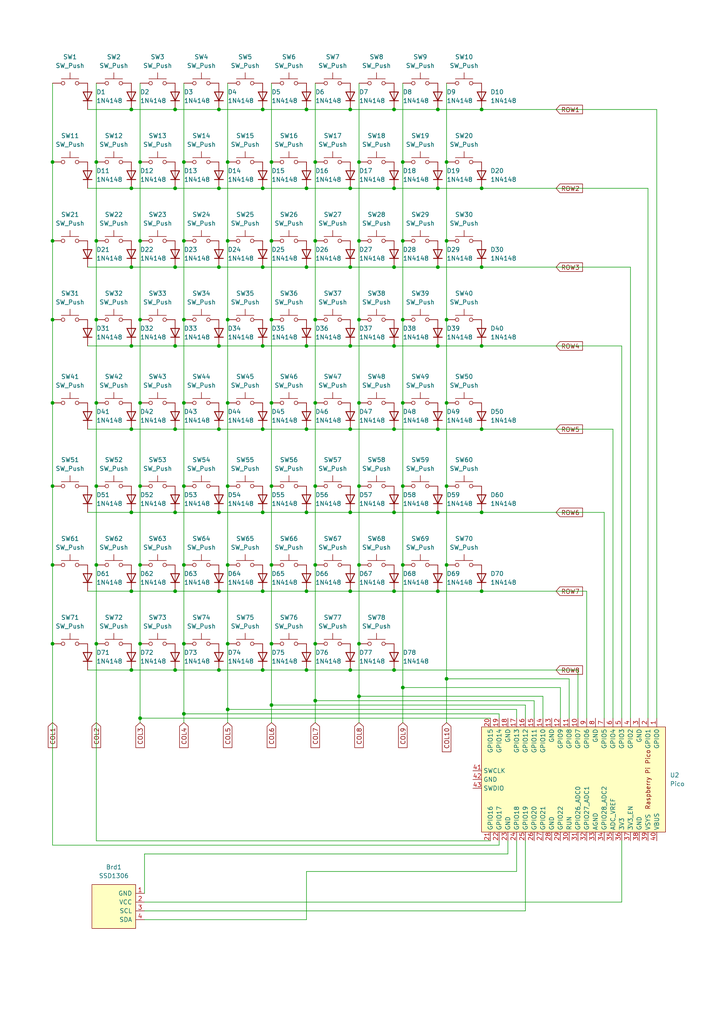
<source format=kicad_sch>
(kicad_sch (version 20250114) (generator "eeschema") (generator_version "9.0")
  (paper "A4" portrait)
  (junction (at 50.8 148.59))
  (junction (at 38.1 148.59))
  (junction (at 104.14 186.69))
  (junction (at 66.04 46.99))
  (junction (at 63.5 194.31))
  (junction (at 76.2 124.46))
  (junction (at 91.44 186.69))
  (junction (at 129.54 69.85))
  (junction (at 127 148.59))
  (junction (at 38.1 171.45))
  (junction (at 104.14 140.97))
  (junction (at 50.8 54.61))
  (junction (at 139.7 54.61))
  (junction (at 114.3 31.75))
  (junction (at 129.54 140.97))
  (junction (at 63.5 124.46))
  (junction (at 139.7 148.59))
  (junction (at 15.24 92.71))
  (junction (at 101.6 124.46))
  (junction (at 50.8 171.45))
  (junction (at 91.44 116.84))
  (junction (at 139.7 100.33))
  (junction (at 127 100.33))
  (junction (at 66.04 205.74))
  (junction (at 104.14 46.99))
  (junction (at 38.1 31.75))
  (junction (at 40.64 69.85))
  (junction (at 139.7 124.46))
  (junction (at 88.9 124.46))
  (junction (at 91.44 92.71))
  (junction (at 27.94 186.69))
  (junction (at 114.3 77.47))
  (junction (at 27.94 92.71))
  (junction (at 50.8 77.47))
  (junction (at 66.04 186.69))
  (junction (at 88.9 77.47))
  (junction (at 76.2 100.33))
  (junction (at 27.94 46.99))
  (junction (at 63.5 54.61))
  (junction (at 88.9 148.59))
  (junction (at 114.3 54.61))
  (junction (at 76.2 54.61))
  (junction (at 15.24 116.84))
  (junction (at 76.2 171.45))
  (junction (at 63.5 148.59))
  (junction (at 101.6 77.47))
  (junction (at 139.7 31.75))
  (junction (at 76.2 194.31))
  (junction (at 78.74 46.99))
  (junction (at 127 124.46))
  (junction (at 27.94 163.83))
  (junction (at 101.6 31.75))
  (junction (at 116.84 116.84))
  (junction (at 78.74 186.69))
  (junction (at 101.6 100.33))
  (junction (at 114.3 171.45))
  (junction (at 104.14 116.84))
  (junction (at 76.2 148.59))
  (junction (at 91.44 203.2))
  (junction (at 66.04 92.71))
  (junction (at 40.64 186.69))
  (junction (at 53.34 92.71))
  (junction (at 38.1 77.47))
  (junction (at 91.44 140.97))
  (junction (at 27.94 140.97))
  (junction (at 116.84 46.99))
  (junction (at 114.3 194.31))
  (junction (at 63.5 100.33))
  (junction (at 88.9 100.33))
  (junction (at 27.94 116.84))
  (junction (at 91.44 69.85))
  (junction (at 40.64 46.99))
  (junction (at 66.04 163.83))
  (junction (at 15.24 163.83))
  (junction (at 139.7 77.47))
  (junction (at 40.64 140.97))
  (junction (at 78.74 140.97))
  (junction (at 129.54 196.85))
  (junction (at 101.6 194.31))
  (junction (at 101.6 171.45))
  (junction (at 76.2 77.47))
  (junction (at 114.3 124.46))
  (junction (at 116.84 140.97))
  (junction (at 50.8 100.33))
  (junction (at 116.84 92.71))
  (junction (at 63.5 77.47))
  (junction (at 116.84 69.85))
  (junction (at 101.6 148.59))
  (junction (at 66.04 140.97))
  (junction (at 91.44 163.83))
  (junction (at 76.2 31.75))
  (junction (at 38.1 124.46))
  (junction (at 53.34 69.85))
  (junction (at 88.9 31.75))
  (junction (at 91.44 46.99))
  (junction (at 116.84 163.83))
  (junction (at 38.1 54.61))
  (junction (at 78.74 92.71))
  (junction (at 53.34 46.99))
  (junction (at 53.34 116.84))
  (junction (at 50.8 124.46))
  (junction (at 50.8 194.31))
  (junction (at 63.5 171.45))
  (junction (at 88.9 194.31))
  (junction (at 53.34 140.97))
  (junction (at 129.54 116.84))
  (junction (at 127 31.75))
  (junction (at 78.74 163.83))
  (junction (at 104.14 163.83))
  (junction (at 15.24 69.85))
  (junction (at 104.14 92.71))
  (junction (at 66.04 116.84))
  (junction (at 78.74 204.47))
  (junction (at 104.14 201.93))
  (junction (at 88.9 171.45))
  (junction (at 127 77.47))
  (junction (at 139.7 171.45))
  (junction (at 116.84 199.39))
  (junction (at 40.64 92.71))
  (junction (at 101.6 54.61))
  (junction (at 53.34 163.83))
  (junction (at 15.24 140.97))
  (junction (at 38.1 100.33))
  (junction (at 53.34 186.69))
  (junction (at 66.04 69.85))
  (junction (at 88.9 54.61))
  (junction (at 114.3 148.59))
  (junction (at 40.64 163.83))
  (junction (at 127 171.45))
  (junction (at 78.74 116.84))
  (junction (at 40.64 116.84))
  (junction (at 104.14 69.85))
  (junction (at 38.1 194.31))
  (junction (at 50.8 31.75))
  (junction (at 40.64 208.28))
  (junction (at 129.54 92.71))
  (junction (at 129.54 163.83))
  (junction (at 53.34 207.01))
  (junction (at 127 54.61))
  (junction (at 27.94 69.85))
  (junction (at 63.5 31.75))
  (junction (at 15.24 46.99))
  (junction (at 114.3 100.33))
  (junction (at 129.54 46.99))
  (junction (at 78.74 69.85))
  (junction (at 15.24 186.69))
  (wire (pts (xy 165.1 196.85) (xy 165.1 208.28)))
  (wire (pts (xy 27.94 140.97) (xy 27.94 163.83)))
  (wire (pts (xy 162.56 199.39) (xy 162.56 208.28)))
  (wire (pts (xy 152.4 243.84) (xy 152.4 264.16)))
  (wire (pts (xy 154.94 203.2) (xy 154.94 208.28)))
  (wire (pts (xy 104.14 201.93) (xy 157.48 201.93)))
  (wire (pts (xy 25.4 100.33) (xy 38.1 100.33)))
  (wire (pts (xy 76.2 124.46) (xy 88.9 124.46)))
  (wire (pts (xy 182.88 77.47) (xy 182.88 208.28)))
  (wire (pts (xy 180.34 243.84) (xy 180.34 261.62)))
  (wire (pts (xy 129.54 69.85) (xy 129.54 92.71)))
  (wire (pts (xy 27.94 186.69) (xy 27.94 243.84)))
  (wire (pts (xy 76.2 100.33) (xy 88.9 100.33)))
  (wire (pts (xy 76.2 171.45) (xy 88.9 171.45)))
  (wire (pts (xy 66.04 24.13) (xy 66.04 46.99)))
  (wire (pts (xy 53.34 207.01) (xy 144.78 207.01)))
  (wire (pts (xy 38.1 31.75) (xy 50.8 31.75)))
  (wire (pts (xy 66.04 92.71) (xy 66.04 116.84)))
  (wire (pts (xy 25.4 171.45) (xy 38.1 171.45)))
  (wire (pts (xy 91.44 140.97) (xy 91.44 163.83)))
  (wire (pts (xy 78.74 46.99) (xy 78.74 69.85)))
  (wire (pts (xy 101.6 100.33) (xy 114.3 100.33)))
  (wire (pts (xy 40.64 24.13) (xy 40.64 46.99)))
  (wire (pts (xy 78.74 24.13) (xy 78.74 46.99)))
  (wire (pts (xy 40.64 92.71) (xy 40.64 116.84)))
  (wire (pts (xy 50.8 77.47) (xy 63.5 77.47)))
  (wire (pts (xy 114.3 171.45) (xy 127 171.45)))
  (wire (pts (xy 104.14 46.99) (xy 104.14 69.85)))
  (wire (pts (xy 152.4 264.16) (xy 41.91 264.16)))
  (wire (pts (xy 76.2 31.75) (xy 88.9 31.75)))
  (wire (pts (xy 139.7 148.59) (xy 175.26 148.59)))
  (wire (pts (xy 66.04 163.83) (xy 66.04 186.69)))
  (wire (pts (xy 149.86 243.84) (xy 149.86 252.73)))
  (wire (pts (xy 88.9 31.75) (xy 101.6 31.75)))
  (wire (pts (xy 127 124.46) (xy 139.7 124.46)))
  (wire (pts (xy 27.94 243.84) (xy 142.24 243.84)))
  (wire (pts (xy 40.64 116.84) (xy 40.64 140.97)))
  (wire (pts (xy 190.5 31.75) (xy 190.5 208.28)))
  (wire (pts (xy 114.3 148.59) (xy 127 148.59)))
  (wire (pts (xy 25.4 31.75) (xy 38.1 31.75)))
  (wire (pts (xy 129.54 163.83) (xy 129.54 196.85)))
  (wire (pts (xy 53.34 140.97) (xy 53.34 163.83)))
  (wire (pts (xy 91.44 163.83) (xy 91.44 186.69)))
  (wire (pts (xy 170.18 171.45) (xy 170.18 208.28)))
  (wire (pts (xy 27.94 92.71) (xy 27.94 116.84)))
  (wire (pts (xy 66.04 205.74) (xy 66.04 209.55)))
  (wire (pts (xy 63.5 194.31) (xy 76.2 194.31)))
  (wire (pts (xy 91.44 46.99) (xy 91.44 69.85)))
  (wire (pts (xy 53.34 207.01) (xy 53.34 209.55)))
  (wire (pts (xy 15.24 245.11) (xy 144.78 245.11)))
  (wire (pts (xy 101.6 77.47) (xy 114.3 77.47)))
  (wire (pts (xy 50.8 54.61) (xy 63.5 54.61)))
  (wire (pts (xy 53.34 116.84) (xy 53.34 140.97)))
  (wire (pts (xy 116.84 69.85) (xy 116.84 92.71)))
  (wire (pts (xy 139.7 31.75) (xy 190.5 31.75)))
  (wire (pts (xy 38.1 194.31) (xy 50.8 194.31)))
  (wire (pts (xy 139.7 171.45) (xy 170.18 171.45)))
  (wire (pts (xy 139.7 54.61) (xy 187.96 54.61)))
  (wire (pts (xy 139.7 124.46) (xy 177.8 124.46)))
  (wire (pts (xy 129.54 24.13) (xy 129.54 46.99)))
  (wire (pts (xy 104.14 186.69) (xy 104.14 201.93)))
  (wire (pts (xy 78.74 204.47) (xy 152.4 204.47)))
  (wire (pts (xy 147.32 243.84) (xy 147.32 247.65)))
  (wire (pts (xy 116.84 199.39) (xy 162.56 199.39)))
  (wire (pts (xy 50.8 31.75) (xy 63.5 31.75)))
  (wire (pts (xy 25.4 148.59) (xy 38.1 148.59)))
  (wire (pts (xy 104.14 116.84) (xy 104.14 140.97)))
  (wire (pts (xy 53.34 163.83) (xy 53.34 186.69)))
  (wire (pts (xy 25.4 77.47) (xy 38.1 77.47)))
  (wire (pts (xy 63.5 100.33) (xy 76.2 100.33)))
  (wire (pts (xy 88.9 124.46) (xy 101.6 124.46)))
  (wire (pts (xy 53.34 92.71) (xy 53.34 116.84)))
  (wire (pts (xy 76.2 194.31) (xy 88.9 194.31)))
  (wire (pts (xy 114.3 77.47) (xy 127 77.47)))
  (wire (pts (xy 25.4 194.31) (xy 38.1 194.31)))
  (wire (pts (xy 88.9 194.31) (xy 101.6 194.31)))
  (wire (pts (xy 40.64 208.28) (xy 142.24 208.28)))
  (wire (pts (xy 101.6 124.46) (xy 114.3 124.46)))
  (wire (pts (xy 76.2 148.59) (xy 88.9 148.59)))
  (wire (pts (xy 88.9 266.7) (xy 41.91 266.7)))
  (wire (pts (xy 91.44 203.2) (xy 154.94 203.2)))
  (wire (pts (xy 91.44 69.85) (xy 91.44 92.71)))
  (wire (pts (xy 91.44 24.13) (xy 91.44 46.99)))
  (wire (pts (xy 101.6 194.31) (xy 114.3 194.31)))
  (wire (pts (xy 50.8 171.45) (xy 63.5 171.45)))
  (wire (pts (xy 127 77.47) (xy 139.7 77.47)))
  (wire (pts (xy 104.14 69.85) (xy 104.14 92.71)))
  (wire (pts (xy 38.1 171.45) (xy 50.8 171.45)))
  (wire (pts (xy 27.94 24.13) (xy 27.94 46.99)))
  (wire (pts (xy 40.64 208.28) (xy 40.64 209.55)))
  (wire (pts (xy 127 100.33) (xy 139.7 100.33)))
  (wire (pts (xy 76.2 77.47) (xy 88.9 77.47)))
  (wire (pts (xy 91.44 186.69) (xy 91.44 203.2)))
  (wire (pts (xy 63.5 171.45) (xy 76.2 171.45)))
  (wire (pts (xy 78.74 140.97) (xy 78.74 163.83)))
  (wire (pts (xy 15.24 140.97) (xy 15.24 163.83)))
  (wire (pts (xy 78.74 92.71) (xy 78.74 116.84)))
  (wire (pts (xy 40.64 140.97) (xy 40.64 163.83)))
  (wire (pts (xy 38.1 148.59) (xy 50.8 148.59)))
  (wire (pts (xy 63.5 54.61) (xy 76.2 54.61)))
  (wire (pts (xy 127 54.61) (xy 139.7 54.61)))
  (wire (pts (xy 114.3 31.75) (xy 127 31.75)))
  (wire (pts (xy 88.9 100.33) (xy 101.6 100.33)))
  (wire (pts (xy 104.14 140.97) (xy 104.14 163.83)))
  (wire (pts (xy 187.96 54.61) (xy 187.96 208.28)))
  (wire (pts (xy 38.1 54.61) (xy 50.8 54.61)))
  (wire (pts (xy 78.74 204.47) (xy 78.74 209.55)))
  (wire (pts (xy 40.64 163.83) (xy 40.64 186.69)))
  (wire (pts (xy 180.34 261.62) (xy 41.91 261.62)))
  (wire (pts (xy 88.9 77.47) (xy 101.6 77.47)))
  (wire (pts (xy 127 148.59) (xy 139.7 148.59)))
  (wire (pts (xy 180.34 100.33) (xy 180.34 208.28)))
  (wire (pts (xy 104.14 163.83) (xy 104.14 186.69)))
  (wire (pts (xy 149.86 205.74) (xy 149.86 208.28)))
  (wire (pts (xy 78.74 163.83) (xy 78.74 186.69)))
  (wire (pts (xy 114.3 124.46) (xy 127 124.46)))
  (wire (pts (xy 91.44 203.2) (xy 91.44 209.55)))
  (wire (pts (xy 152.4 204.47) (xy 152.4 208.28)))
  (wire (pts (xy 66.04 140.97) (xy 66.04 163.83)))
  (wire (pts (xy 66.04 186.69) (xy 66.04 205.74)))
  (wire (pts (xy 78.74 116.84) (xy 78.74 140.97)))
  (wire (pts (xy 78.74 186.69) (xy 78.74 204.47)))
  (wire (pts (xy 40.64 69.85) (xy 40.64 92.71)))
  (wire (pts (xy 63.5 124.46) (xy 76.2 124.46)))
  (wire (pts (xy 129.54 46.99) (xy 129.54 69.85)))
  (wire (pts (xy 116.84 163.83) (xy 116.84 199.39)))
  (wire (pts (xy 177.8 124.46) (xy 177.8 208.28)))
  (wire (pts (xy 144.78 245.11) (xy 144.78 243.84)))
  (wire (pts (xy 91.44 116.84) (xy 91.44 140.97)))
  (wire (pts (xy 129.54 116.84) (xy 129.54 140.97)))
  (wire (pts (xy 149.86 252.73) (xy 88.9 252.73)))
  (wire (pts (xy 116.84 116.84) (xy 116.84 140.97)))
  (wire (pts (xy 15.24 92.71) (xy 15.24 116.84)))
  (wire (pts (xy 101.6 31.75) (xy 114.3 31.75)))
  (wire (pts (xy 50.8 194.31) (xy 63.5 194.31)))
  (wire (pts (xy 91.44 92.71) (xy 91.44 116.84)))
  (wire (pts (xy 53.34 186.69) (xy 53.34 207.01)))
  (wire (pts (xy 27.94 69.85) (xy 27.94 92.71)))
  (wire (pts (xy 66.04 205.74) (xy 149.86 205.74)))
  (wire (pts (xy 101.6 54.61) (xy 114.3 54.61)))
  (wire (pts (xy 53.34 69.85) (xy 53.34 92.71)))
  (wire (pts (xy 38.1 100.33) (xy 50.8 100.33)))
  (wire (pts (xy 50.8 100.33) (xy 63.5 100.33)))
  (wire (pts (xy 88.9 54.61) (xy 101.6 54.61)))
  (wire (pts (xy 15.24 24.13) (xy 15.24 46.99)))
  (wire (pts (xy 175.26 148.59) (xy 175.26 208.28)))
  (wire (pts (xy 66.04 46.99) (xy 66.04 69.85)))
  (wire (pts (xy 38.1 77.47) (xy 50.8 77.47)))
  (wire (pts (xy 40.64 46.99) (xy 40.64 69.85)))
  (wire (pts (xy 66.04 69.85) (xy 66.04 92.71)))
  (wire (pts (xy 41.91 247.65) (xy 41.91 259.08)))
  (wire (pts (xy 27.94 163.83) (xy 27.94 186.69)))
  (wire (pts (xy 104.14 201.93) (xy 104.14 209.55)))
  (wire (pts (xy 116.84 24.13) (xy 116.84 46.99)))
  (wire (pts (xy 116.84 92.71) (xy 116.84 116.84)))
  (wire (pts (xy 25.4 124.46) (xy 38.1 124.46)))
  (wire (pts (xy 53.34 24.13) (xy 53.34 46.99)))
  (wire (pts (xy 116.84 199.39) (xy 116.84 209.55)))
  (wire (pts (xy 139.7 100.33) (xy 180.34 100.33)))
  (wire (pts (xy 63.5 77.47) (xy 76.2 77.47)))
  (wire (pts (xy 78.74 69.85) (xy 78.74 92.71)))
  (wire (pts (xy 167.64 194.31) (xy 167.64 208.28)))
  (wire (pts (xy 38.1 124.46) (xy 50.8 124.46)))
  (wire (pts (xy 15.24 116.84) (xy 15.24 140.97)))
  (wire (pts (xy 53.34 46.99) (xy 53.34 69.85)))
  (wire (pts (xy 129.54 92.71) (xy 129.54 116.84)))
  (wire (pts (xy 104.14 24.13) (xy 104.14 46.99)))
  (wire (pts (xy 25.4 54.61) (xy 38.1 54.61)))
  (wire (pts (xy 129.54 196.85) (xy 129.54 209.55)))
  (wire (pts (xy 147.32 247.65) (xy 41.91 247.65)))
  (wire (pts (xy 101.6 171.45) (xy 114.3 171.45)))
  (wire (pts (xy 50.8 148.59) (xy 63.5 148.59)))
  (wire (pts (xy 15.24 46.99) (xy 15.24 69.85)))
  (wire (pts (xy 139.7 77.47) (xy 182.88 77.47)))
  (wire (pts (xy 129.54 196.85) (xy 165.1 196.85)))
  (wire (pts (xy 88.9 171.45) (xy 101.6 171.45)))
  (wire (pts (xy 27.94 116.84) (xy 27.94 140.97)))
  (wire (pts (xy 127 31.75) (xy 139.7 31.75)))
  (wire (pts (xy 127 171.45) (xy 139.7 171.45)))
  (wire (pts (xy 88.9 148.59) (xy 101.6 148.59)))
  (wire (pts (xy 63.5 31.75) (xy 76.2 31.75)))
  (wire (pts (xy 88.9 252.73) (xy 88.9 266.7)))
  (wire (pts (xy 76.2 54.61) (xy 88.9 54.61)))
  (wire (pts (xy 27.94 46.99) (xy 27.94 69.85)))
  (wire (pts (xy 116.84 140.97) (xy 116.84 163.83)))
  (wire (pts (xy 15.24 186.69) (xy 15.24 245.11)))
  (wire (pts (xy 63.5 148.59) (xy 76.2 148.59)))
  (wire (pts (xy 15.24 163.83) (xy 15.24 186.69)))
  (wire (pts (xy 157.48 201.93) (xy 157.48 208.28)))
  (wire (pts (xy 129.54 140.97) (xy 129.54 163.83)))
  (wire (pts (xy 15.24 69.85) (xy 15.24 92.71)))
  (wire (pts (xy 66.04 116.84) (xy 66.04 140.97)))
  (wire (pts (xy 40.64 186.69) (xy 40.64 208.28)))
  (wire (pts (xy 101.6 148.59) (xy 114.3 148.59)))
  (wire (pts (xy 114.3 54.61) (xy 127 54.61)))
  (wire (pts (xy 104.14 92.71) (xy 104.14 116.84)))
  (wire (pts (xy 114.3 194.31) (xy 167.64 194.31)))
  (wire (pts (xy 50.8 124.46) (xy 63.5 124.46)))
  (wire (pts (xy 114.3 100.33) (xy 127 100.33)))
  (wire (pts (xy 144.78 207.01) (xy 144.78 208.28)))
  (wire (pts (xy 116.84 46.99) (xy 116.84 69.85)))
  (global_label "COL1" (shape input) (at 15.24 209.55 270) (property "Intersheetrefs" "${INTERSHEET_REFS}" (effects (hide yes))))
  (global_label "COL9" (shape input) (at 116.84 209.55 270) (property "Intersheetrefs" "${INTERSHEET_REFS}" (effects (hide yes))))
  (global_label "ROW8" (shape input) (at 161.29 194.31 0) (property "Intersheetrefs" "${INTERSHEET_REFS}" (effects (hide yes))))
  (global_label "COL2" (shape input) (at 27.94 209.55 270) (property "Intersheetrefs" "${INTERSHEET_REFS}" (effects (hide yes))))
  (global_label "ROW7" (shape input) (at 161.29 171.45 0) (property "Intersheetrefs" "${INTERSHEET_REFS}" (effects (hide yes))))
  (global_label "ROW1" (shape input) (at 161.29 31.75 0) (property "Intersheetrefs" "${INTERSHEET_REFS}" (effects (hide yes))))
  (global_label "ROW2" (shape input) (at 161.29 54.61 0) (property "Intersheetrefs" "${INTERSHEET_REFS}" (effects (hide yes))))
  (global_label "COL10" (shape input) (at 129.54 209.55 270) (property "Intersheetrefs" "${INTERSHEET_REFS}" (effects (hide yes))))
  (global_label "COL7" (shape input) (at 91.44 209.55 270) (property "Intersheetrefs" "${INTERSHEET_REFS}" (effects (hide yes))))
  (global_label "COL3" (shape input) (at 40.64 209.55 270) (property "Intersheetrefs" "${INTERSHEET_REFS}" (effects (hide yes))))
  (global_label "ROW3" (shape input) (at 161.29 77.47 0) (property "Intersheetrefs" "${INTERSHEET_REFS}" (effects (hide yes))))
  (global_label "COL4" (shape input) (at 53.34 209.55 270) (property "Intersheetrefs" "${INTERSHEET_REFS}" (effects (hide yes))))
  (global_label "COL6" (shape input) (at 78.74 209.55 270) (property "Intersheetrefs" "${INTERSHEET_REFS}" (effects (hide yes))))
  (global_label "ROW5" (shape input) (at 161.29 124.46 0) (property "Intersheetrefs" "${INTERSHEET_REFS}" (effects (hide yes))))
  (global_label "ROW6" (shape input) (at 161.29 148.59 0) (property "Intersheetrefs" "${INTERSHEET_REFS}" (effects (hide yes))))
  (global_label "COL8" (shape input) (at 104.14 209.55 270) (property "Intersheetrefs" "${INTERSHEET_REFS}" (effects (hide yes))))
  (global_label "COL5" (shape input) (at 66.04 209.55 270) (property "Intersheetrefs" "${INTERSHEET_REFS}" (effects (hide yes))))
  (global_label "ROW4" (shape input) (at 161.29 100.33 0) (property "Intersheetrefs" "${INTERSHEET_REFS}" (effects (hide yes))))
  (symbol (lib_id "Switch:SW_Push") (at 20.32 186.69 0) (unit 1)
    (property "Reference" "SW71" (at 20.32 179.07 0))
    (property "Value" "SW_Push" (at 20.32 181.61 0))
    (property "Footprint" "Button_Switch_Keyboard:SW_Cherry_MX_1.00u_PCB" (effects (hide yes)))
    (property "Description" "Push button switch, generic, two pins" (effects (hide yes)))
  )
  (symbol (lib_id "Diode:1N4148") (at 63.5 50.8 90) (unit 1)
    (property "Reference" "D14" (at 66.04 49.5299 90) (effects (justify right)))
    (property "Value" "1N4148" (at 66.04 52.0699 90) (effects (justify right)))
    (property "Footprint" "Diode_THT:D_DO-35_SOD27_P7.62mm_Horizontal" (effects (hide yes)))
    (property "Datasheet" "https://assets.nexperia.com/documents/data-sheet/1N4148_1N4448.pdf" (effects (hide yes)))
    (property "Description" "100V 0.15A standard switching diode, DO-35" (effects (hide yes)))
    (property "Sim.Device" "D" (effects (hide yes)))
    (property "Sim.Pins" "1=K 2=A" (effects (hide yes)))
  )
  (symbol (lib_id "Diode:1N4148") (at 25.4 190.5 90) (unit 1)
    (property "Reference" "D71" (at 27.94 189.2299 90) (effects (justify right)))
    (property "Value" "1N4148" (at 27.94 191.7699 90) (effects (justify right)))
    (property "Footprint" "Diode_THT:D_DO-35_SOD27_P7.62mm_Horizontal" (effects (hide yes)))
    (property "Datasheet" "https://assets.nexperia.com/documents/data-sheet/1N4148_1N4448.pdf" (effects (hide yes)))
    (property "Description" "100V 0.15A standard switching diode, DO-35" (effects (hide yes)))
    (property "Sim.Device" "D" (effects (hide yes)))
    (property "Sim.Pins" "1=K 2=A" (effects (hide yes)))
  )
  (symbol (lib_id "Switch:SW_Push") (at 121.92 46.99 0) (unit 1)
    (property "Reference" "SW19" (at 121.92 39.37 0))
    (property "Value" "SW_Push" (at 121.92 41.91 0))
    (property "Footprint" "Button_Switch_Keyboard:SW_Cherry_MX_1.00u_PCB" (effects (hide yes)))
    (property "Description" "Push button switch, generic, two pins" (effects (hide yes)))
  )
  (symbol (lib_id "Diode:1N4148") (at 50.8 27.94 90) (unit 1)
    (property "Reference" "D3" (at 53.34 26.6699 90) (effects (justify right)))
    (property "Value" "1N4148" (at 53.34 29.2099 90) (effects (justify right)))
    (property "Footprint" "Diode_THT:D_DO-35_SOD27_P7.62mm_Horizontal" (effects (hide yes)))
    (property "Datasheet" "https://assets.nexperia.com/documents/data-sheet/1N4148_1N4448.pdf" (effects (hide yes)))
    (property "Description" "100V 0.15A standard switching diode, DO-35" (effects (hide yes)))
    (property "Sim.Device" "D" (effects (hide yes)))
    (property "Sim.Pins" "1=K 2=A" (effects (hide yes)))
  )
  (symbol (lib_id "Diode:1N4148") (at 25.4 50.8 90) (unit 1)
    (property "Reference" "D11" (at 27.94 49.5299 90) (effects (justify right)))
    (property "Value" "1N4148" (at 27.94 52.0699 90) (effects (justify right)))
    (property "Footprint" "Diode_THT:D_DO-35_SOD27_P7.62mm_Horizontal" (effects (hide yes)))
    (property "Datasheet" "https://assets.nexperia.com/documents/data-sheet/1N4148_1N4448.pdf" (effects (hide yes)))
    (property "Description" "100V 0.15A standard switching diode, DO-35" (effects (hide yes)))
    (property "Sim.Device" "D" (effects (hide yes)))
    (property "Sim.Pins" "1=K 2=A" (effects (hide yes)))
  )
  (symbol (lib_id "Switch:SW_Push") (at 83.82 69.85 0) (unit 1)
    (property "Reference" "SW26" (at 83.82 62.23 0))
    (property "Value" "SW_Push" (at 83.82 64.77 0))
    (property "Footprint" "Button_Switch_Keyboard:SW_Cherry_MX_1.00u_PCB" (effects (hide yes)))
    (property "Description" "Push button switch, generic, two pins" (effects (hide yes)))
  )
  (symbol (lib_id "Diode:1N4148") (at 76.2 167.64 90) (unit 1)
    (property "Reference" "D65" (at 78.74 166.3699 90) (effects (justify right)))
    (property "Value" "1N4148" (at 78.74 168.9099 90) (effects (justify right)))
    (property "Footprint" "Diode_THT:D_DO-35_SOD27_P7.62mm_Horizontal" (effects (hide yes)))
    (property "Datasheet" "https://assets.nexperia.com/documents/data-sheet/1N4148_1N4448.pdf" (effects (hide yes)))
    (property "Description" "100V 0.15A standard switching diode, DO-35" (effects (hide yes)))
    (property "Sim.Device" "D" (effects (hide yes)))
    (property "Sim.Pins" "1=K 2=A" (effects (hide yes)))
  )
  (symbol (lib_id "Diode:1N4148") (at 63.5 144.78 90) (unit 1)
    (property "Reference" "D54" (at 66.04 143.5099 90) (effects (justify right)))
    (property "Value" "1N4148" (at 66.04 146.0499 90) (effects (justify right)))
    (property "Footprint" "Diode_THT:D_DO-35_SOD27_P7.62mm_Horizontal" (effects (hide yes)))
    (property "Datasheet" "https://assets.nexperia.com/documents/data-sheet/1N4148_1N4448.pdf" (effects (hide yes)))
    (property "Description" "100V 0.15A standard switching diode, DO-35" (effects (hide yes)))
    (property "Sim.Device" "D" (effects (hide yes)))
    (property "Sim.Pins" "1=K 2=A" (effects (hide yes)))
  )
  (symbol (lib_id "Switch:SW_Push") (at 71.12 186.69 0) (unit 1)
    (property "Reference" "SW75" (at 71.12 179.07 0))
    (property "Value" "SW_Push" (at 71.12 181.61 0))
    (property "Footprint" "Button_Switch_Keyboard:SW_Cherry_MX_1.00u_PCB" (effects (hide yes)))
    (property "Description" "Push button switch, generic, two pins" (effects (hide yes)))
  )
  (symbol (lib_id "Switch:SW_Push") (at 71.12 92.71 0) (unit 1)
    (property "Reference" "SW35" (at 71.12 85.09 0))
    (property "Value" "SW_Push" (at 71.12 87.63 0))
    (property "Footprint" "Button_Switch_Keyboard:SW_Cherry_MX_1.00u_PCB" (effects (hide yes)))
    (property "Description" "Push button switch, generic, two pins" (effects (hide yes)))
  )
  (symbol (lib_id "Diode:1N4148") (at 88.9 27.94 90) (unit 1)
    (property "Reference" "D6" (at 91.44 26.6699 90) (effects (justify right)))
    (property "Value" "1N4148" (at 91.44 29.2099 90) (effects (justify right)))
    (property "Footprint" "Diode_THT:D_DO-35_SOD27_P7.62mm_Horizontal" (effects (hide yes)))
    (property "Datasheet" "https://assets.nexperia.com/documents/data-sheet/1N4148_1N4448.pdf" (effects (hide yes)))
    (property "Description" "100V 0.15A standard switching diode, DO-35" (effects (hide yes)))
    (property "Sim.Device" "D" (effects (hide yes)))
    (property "Sim.Pins" "1=K 2=A" (effects (hide yes)))
  )
  (symbol (lib_id "Switch:SW_Push") (at 33.02 24.13 0) (unit 1)
    (property "Reference" "SW2" (at 33.02 16.51 0))
    (property "Value" "SW_Push" (at 33.02 19.05 0))
    (property "Footprint" "Button_Switch_Keyboard:SW_Cherry_MX_1.00u_PCB" (effects (hide yes)))
    (property "Description" "Push button switch, generic, two pins" (effects (hide yes)))
  )
  (symbol (lib_id "Switch:SW_Push") (at 121.92 163.83 0) (unit 1)
    (property "Reference" "SW69" (at 121.92 156.21 0))
    (property "Value" "SW_Push" (at 121.92 158.75 0))
    (property "Footprint" "Button_Switch_Keyboard:SW_Cherry_MX_1.00u_PCB" (effects (hide yes)))
    (property "Description" "Push button switch, generic, two pins" (effects (hide yes)))
  )
  (symbol (lib_id "Switch:SW_Push") (at 96.52 186.69 0) (unit 1)
    (property "Reference" "SW77" (at 96.52 179.07 0))
    (property "Value" "SW_Push" (at 96.52 181.61 0))
    (property "Footprint" "Button_Switch_Keyboard:SW_Cherry_MX_1.00u_PCB" (effects (hide yes)))
    (property "Description" "Push button switch, generic, two pins" (effects (hide yes)))
  )
  (symbol (lib_id "Switch:SW_Push") (at 134.62 46.99 0) (unit 1)
    (property "Reference" "SW20" (at 134.62 39.37 0))
    (property "Value" "SW_Push" (at 134.62 41.91 0))
    (property "Footprint" "Button_Switch_Keyboard:SW_Cherry_MX_1.00u_PCB" (effects (hide yes)))
    (property "Description" "Push button switch, generic, two pins" (effects (hide yes)))
  )
  (symbol (lib_id "Diode:1N4148") (at 38.1 167.64 90) (unit 1)
    (property "Reference" "D62" (at 40.64 166.3699 90) (effects (justify right)))
    (property "Value" "1N4148" (at 40.64 168.9099 90) (effects (justify right)))
    (property "Footprint" "Diode_THT:D_DO-35_SOD27_P7.62mm_Horizontal" (effects (hide yes)))
    (property "Datasheet" "https://assets.nexperia.com/documents/data-sheet/1N4148_1N4448.pdf" (effects (hide yes)))
    (property "Description" "100V 0.15A standard switching diode, DO-35" (effects (hide yes)))
    (property "Sim.Device" "D" (effects (hide yes)))
    (property "Sim.Pins" "1=K 2=A" (effects (hide yes)))
  )
  (symbol (lib_id "Switch:SW_Push") (at 134.62 69.85 0) (unit 1)
    (property "Reference" "SW30" (at 134.62 62.23 0))
    (property "Value" "SW_Push" (at 134.62 64.77 0))
    (property "Footprint" "Button_Switch_Keyboard:SW_Cherry_MX_1.00u_PCB" (effects (hide yes)))
    (property "Description" "Push button switch, generic, two pins" (effects (hide yes)))
  )
  (symbol (lib_id "Switch:SW_Push") (at 20.32 140.97 0) (unit 1)
    (property "Reference" "SW51" (at 20.32 133.35 0))
    (property "Value" "SW_Push" (at 20.32 135.89 0))
    (property "Footprint" "Button_Switch_Keyboard:SW_Cherry_MX_1.00u_PCB" (effects (hide yes)))
    (property "Description" "Push button switch, generic, two pins" (effects (hide yes)))
  )
  (symbol (lib_id "Diode:1N4148") (at 63.5 73.66 90) (unit 1)
    (property "Reference" "D24" (at 66.04 72.3899 90) (effects (justify right)))
    (property "Value" "1N4148" (at 66.04 74.9299 90) (effects (justify right)))
    (property "Footprint" "Diode_THT:D_DO-35_SOD27_P7.62mm_Horizontal" (effects (hide yes)))
    (property "Datasheet" "https://assets.nexperia.com/documents/data-sheet/1N4148_1N4448.pdf" (effects (hide yes)))
    (property "Description" "100V 0.15A standard switching diode, DO-35" (effects (hide yes)))
    (property "Sim.Device" "D" (effects (hide yes)))
    (property "Sim.Pins" "1=K 2=A" (effects (hide yes)))
  )
  (symbol (lib_id "Switch:SW_Push") (at 71.12 46.99 0) (unit 1)
    (property "Reference" "SW15" (at 71.12 39.37 0))
    (property "Value" "SW_Push" (at 71.12 41.91 0))
    (property "Footprint" "Button_Switch_Keyboard:SW_Cherry_MX_1.00u_PCB" (effects (hide yes)))
    (property "Description" "Push button switch, generic, two pins" (effects (hide yes)))
  )
  (symbol (lib_id "Diode:1N4148") (at 114.3 190.5 90) (unit 1)
    (property "Reference" "D78" (at 116.84 189.2299 90) (effects (justify right)))
    (property "Value" "1N4148" (at 116.84 191.7699 90) (effects (justify right)))
    (property "Footprint" "Diode_THT:D_DO-35_SOD27_P7.62mm_Horizontal" (effects (hide yes)))
    (property "Datasheet" "https://assets.nexperia.com/documents/data-sheet/1N4148_1N4448.pdf" (effects (hide yes)))
    (property "Description" "100V 0.15A standard switching diode, DO-35" (effects (hide yes)))
    (property "Sim.Device" "D" (effects (hide yes)))
    (property "Sim.Pins" "1=K 2=A" (effects (hide yes)))
  )
  (symbol (lib_id "Diode:1N4148") (at 114.3 96.52 90) (unit 1)
    (property "Reference" "D38" (at 116.84 95.2499 90) (effects (justify right)))
    (property "Value" "1N4148" (at 116.84 97.7899 90) (effects (justify right)))
    (property "Footprint" "Diode_THT:D_DO-35_SOD27_P7.62mm_Horizontal" (effects (hide yes)))
    (property "Datasheet" "https://assets.nexperia.com/documents/data-sheet/1N4148_1N4448.pdf" (effects (hide yes)))
    (property "Description" "100V 0.15A standard switching diode, DO-35" (effects (hide yes)))
    (property "Sim.Device" "D" (effects (hide yes)))
    (property "Sim.Pins" "1=K 2=A" (effects (hide yes)))
  )
  (symbol (lib_id "Switch:SW_Push") (at 109.22 46.99 0) (unit 1)
    (property "Reference" "SW18" (at 109.22 39.37 0))
    (property "Value" "SW_Push" (at 109.22 41.91 0))
    (property "Footprint" "Button_Switch_Keyboard:SW_Cherry_MX_1.00u_PCB" (effects (hide yes)))
    (property "Description" "Push button switch, generic, two pins" (effects (hide yes)))
  )
  (symbol (lib_id "Switch:SW_Push") (at 58.42 116.84 0) (unit 1)
    (property "Reference" "SW44" (at 58.42 109.22 0))
    (property "Value" "SW_Push" (at 58.42 111.76 0))
    (property "Footprint" "Button_Switch_Keyboard:SW_Cherry_MX_1.00u_PCB" (effects (hide yes)))
    (property "Description" "Push button switch, generic, two pins" (effects (hide yes)))
  )
  (symbol (lib_id "Switch:SW_Push") (at 96.52 24.13 0) (unit 1)
    (property "Reference" "SW7" (at 96.52 16.51 0))
    (property "Value" "SW_Push" (at 96.52 19.05 0))
    (property "Footprint" "Button_Switch_Keyboard:SW_Cherry_MX_1.00u_PCB" (effects (hide yes)))
    (property "Description" "Push button switch, generic, two pins" (effects (hide yes)))
  )
  (symbol (lib_id "Diode:1N4148") (at 127 27.94 90) (unit 1)
    (property "Reference" "D9" (at 129.54 26.6699 90) (effects (justify right)))
    (property "Value" "1N4148" (at 129.54 29.2099 90) (effects (justify right)))
    (property "Footprint" "Diode_THT:D_DO-35_SOD27_P7.62mm_Horizontal" (effects (hide yes)))
    (property "Datasheet" "https://assets.nexperia.com/documents/data-sheet/1N4148_1N4448.pdf" (effects (hide yes)))
    (property "Description" "100V 0.15A standard switching diode, DO-35" (effects (hide yes)))
    (property "Sim.Device" "D" (effects (hide yes)))
    (property "Sim.Pins" "1=K 2=A" (effects (hide yes)))
  )
  (symbol (lib_id "Diode:1N4148") (at 50.8 96.52 90) (unit 1)
    (property "Reference" "D33" (at 53.34 95.2499 90) (effects (justify right)))
    (property "Value" "1N4148" (at 53.34 97.7899 90) (effects (justify right)))
    (property "Footprint" "Diode_THT:D_DO-35_SOD27_P7.62mm_Horizontal" (effects (hide yes)))
    (property "Datasheet" "https://assets.nexperia.com/documents/data-sheet/1N4148_1N4448.pdf" (effects (hide yes)))
    (property "Description" "100V 0.15A standard switching diode, DO-35" (effects (hide yes)))
    (property "Sim.Device" "D" (effects (hide yes)))
    (property "Sim.Pins" "1=K 2=A" (effects (hide yes)))
  )
  (symbol (lib_id "Switch:SW_Push") (at 58.42 24.13 0) (unit 1)
    (property "Reference" "SW4" (at 58.42 16.51 0))
    (property "Value" "SW_Push" (at 58.42 19.05 0))
    (property "Footprint" "Button_Switch_Keyboard:SW_Cherry_MX_1.00u_PCB" (effects (hide yes)))
    (property "Description" "Push button switch, generic, two pins" (effects (hide yes)))
  )
  (symbol (lib_id "Diode:1N4148") (at 114.3 73.66 90) (unit 1)
    (property "Reference" "D28" (at 116.84 72.3899 90) (effects (justify right)))
    (property "Value" "1N4148" (at 116.84 74.9299 90) (effects (justify right)))
    (property "Footprint" "Diode_THT:D_DO-35_SOD27_P7.62mm_Horizontal" (effects (hide yes)))
    (property "Datasheet" "https://assets.nexperia.com/documents/data-sheet/1N4148_1N4448.pdf" (effects (hide yes)))
    (property "Description" "100V 0.15A standard switching diode, DO-35" (effects (hide yes)))
    (property "Sim.Device" "D" (effects (hide yes)))
    (property "Sim.Pins" "1=K 2=A" (effects (hide yes)))
  )
  (symbol (lib_id "Switch:SW_Push") (at 45.72 163.83 0) (unit 1)
    (property "Reference" "SW63" (at 45.72 156.21 0))
    (property "Value" "SW_Push" (at 45.72 158.75 0))
    (property "Footprint" "Button_Switch_Keyboard:SW_Cherry_MX_1.00u_PCB" (effects (hide yes)))
    (property "Description" "Push button switch, generic, two pins" (effects (hide yes)))
  )
  (symbol (lib_id "Diode:1N4148") (at 101.6 27.94 90) (unit 1)
    (property "Reference" "D7" (at 104.14 26.6699 90) (effects (justify right)))
    (property "Value" "1N4148" (at 104.14 29.2099 90) (effects (justify right)))
    (property "Footprint" "Diode_THT:D_DO-35_SOD27_P7.62mm_Horizontal" (effects (hide yes)))
    (property "Datasheet" "https://assets.nexperia.com/documents/data-sheet/1N4148_1N4448.pdf" (effects (hide yes)))
    (property "Description" "100V 0.15A standard switching diode, DO-35" (effects (hide yes)))
    (property "Sim.Device" "D" (effects (hide yes)))
    (property "Sim.Pins" "1=K 2=A" (effects (hide yes)))
  )
  (symbol (lib_id "Diode:1N4148") (at 139.7 167.64 90) (unit 1)
    (property "Reference" "D70" (at 142.24 166.3699 90) (effects (justify right)))
    (property "Value" "1N4148" (at 142.24 168.9099 90) (effects (justify right)))
    (property "Footprint" "Diode_THT:D_DO-35_SOD27_P7.62mm_Horizontal" (effects (hide yes)))
    (property "Datasheet" "https://assets.nexperia.com/documents/data-sheet/1N4148_1N4448.pdf" (effects (hide yes)))
    (property "Description" "100V 0.15A standard switching diode, DO-35" (effects (hide yes)))
    (property "Sim.Device" "D" (effects (hide yes)))
    (property "Sim.Pins" "1=K 2=A" (effects (hide yes)))
  )
  (symbol (lib_id "Switch:SW_Push") (at 33.02 46.99 0) (unit 1)
    (property "Reference" "SW12" (at 33.02 39.37 0))
    (property "Value" "SW_Push" (at 33.02 41.91 0))
    (property "Footprint" "Button_Switch_Keyboard:SW_Cherry_MX_1.00u_PCB" (effects (hide yes)))
    (property "Description" "Push button switch, generic, two pins" (effects (hide yes)))
  )
  (symbol (lib_id "Diode:1N4148") (at 50.8 144.78 90) (unit 1)
    (property "Reference" "D53" (at 53.34 143.5099 90) (effects (justify right)))
    (property "Value" "1N4148" (at 53.34 146.0499 90) (effects (justify right)))
    (property "Footprint" "Diode_THT:D_DO-35_SOD27_P7.62mm_Horizontal" (effects (hide yes)))
    (property "Datasheet" "https://assets.nexperia.com/documents/data-sheet/1N4148_1N4448.pdf" (effects (hide yes)))
    (property "Description" "100V 0.15A standard switching diode, DO-35" (effects (hide yes)))
    (property "Sim.Device" "D" (effects (hide yes)))
    (property "Sim.Pins" "1=K 2=A" (effects (hide yes)))
  )
  (symbol (lib_id "Diode:1N4148") (at 101.6 190.5 90) (unit 1)
    (property "Reference" "D77" (at 104.14 189.2299 90) (effects (justify right)))
    (property "Value" "1N4148" (at 104.14 191.7699 90) (effects (justify right)))
    (property "Footprint" "Diode_THT:D_DO-35_SOD27_P7.62mm_Horizontal" (effects (hide yes)))
    (property "Datasheet" "https://assets.nexperia.com/documents/data-sheet/1N4148_1N4448.pdf" (effects (hide yes)))
    (property "Description" "100V 0.15A standard switching diode, DO-35" (effects (hide yes)))
    (property "Sim.Device" "D" (effects (hide yes)))
    (property "Sim.Pins" "1=K 2=A" (effects (hide yes)))
  )
  (symbol (lib_id "Diode:1N4148") (at 127 144.78 90) (unit 1)
    (property "Reference" "D59" (at 129.54 143.5099 90) (effects (justify right)))
    (property "Value" "1N4148" (at 129.54 146.0499 90) (effects (justify right)))
    (property "Footprint" "Diode_THT:D_DO-35_SOD27_P7.62mm_Horizontal" (effects (hide yes)))
    (property "Datasheet" "https://assets.nexperia.com/documents/data-sheet/1N4148_1N4448.pdf" (effects (hide yes)))
    (property "Description" "100V 0.15A standard switching diode, DO-35" (effects (hide yes)))
    (property "Sim.Device" "D" (effects (hide yes)))
    (property "Sim.Pins" "1=K 2=A" (effects (hide yes)))
  )
  (symbol (lib_id "Diode:1N4148") (at 88.9 96.52 90) (unit 1)
    (property "Reference" "D36" (at 91.44 95.2499 90) (effects (justify right)))
    (property "Value" "1N4148" (at 91.44 97.7899 90) (effects (justify right)))
    (property "Footprint" "Diode_THT:D_DO-35_SOD27_P7.62mm_Horizontal" (effects (hide yes)))
    (property "Datasheet" "https://assets.nexperia.com/documents/data-sheet/1N4148_1N4448.pdf" (effects (hide yes)))
    (property "Description" "100V 0.15A standard switching diode, DO-35" (effects (hide yes)))
    (property "Sim.Device" "D" (effects (hide yes)))
    (property "Sim.Pins" "1=K 2=A" (effects (hide yes)))
  )
  (symbol (lib_id "Switch:SW_Push") (at 134.62 92.71 0) (unit 1)
    (property "Reference" "SW40" (at 134.62 85.09 0))
    (property "Value" "SW_Push" (at 134.62 87.63 0))
    (property "Footprint" "Button_Switch_Keyboard:SW_Cherry_MX_1.00u_PCB" (effects (hide yes)))
    (property "Description" "Push button switch, generic, two pins" (effects (hide yes)))
  )
  (symbol (lib_id "Switch:SW_Push") (at 121.92 140.97 0) (unit 1)
    (property "Reference" "SW59" (at 121.92 133.35 0))
    (property "Value" "SW_Push" (at 121.92 135.89 0))
    (property "Footprint" "Button_Switch_Keyboard:SW_Cherry_MX_1.00u_PCB" (effects (hide yes)))
    (property "Description" "Push button switch, generic, two pins" (effects (hide yes)))
  )
  (symbol (lib_id "Diode:1N4148") (at 114.3 50.8 90) (unit 1)
    (property "Reference" "D18" (at 116.84 49.5299 90) (effects (justify right)))
    (property "Value" "1N4148" (at 116.84 52.0699 90) (effects (justify right)))
    (property "Footprint" "Diode_THT:D_DO-35_SOD27_P7.62mm_Horizontal" (effects (hide yes)))
    (property "Datasheet" "https://assets.nexperia.com/documents/data-sheet/1N4148_1N4448.pdf" (effects (hide yes)))
    (property "Description" "100V 0.15A standard switching diode, DO-35" (effects (hide yes)))
    (property "Sim.Device" "D" (effects (hide yes)))
    (property "Sim.Pins" "1=K 2=A" (effects (hide yes)))
  )
  (symbol (lib_id "Diode:1N4148") (at 38.1 50.8 90) (unit 1)
    (property "Reference" "D12" (at 40.64 49.5299 90) (effects (justify right)))
    (property "Value" "1N4148" (at 40.64 52.0699 90) (effects (justify right)))
    (property "Footprint" "Diode_THT:D_DO-35_SOD27_P7.62mm_Horizontal" (effects (hide yes)))
    (property "Datasheet" "https://assets.nexperia.com/documents/data-sheet/1N4148_1N4448.pdf" (effects (hide yes)))
    (property "Description" "100V 0.15A standard switching diode, DO-35" (effects (hide yes)))
    (property "Sim.Device" "D" (effects (hide yes)))
    (property "Sim.Pins" "1=K 2=A" (effects (hide yes)))
  )
  (symbol (lib_id "Diode:1N4148") (at 38.1 73.66 90) (unit 1)
    (property "Reference" "D22" (at 40.64 72.3899 90) (effects (justify right)))
    (property "Value" "1N4148" (at 40.64 74.9299 90) (effects (justify right)))
    (property "Footprint" "Diode_THT:D_DO-35_SOD27_P7.62mm_Horizontal" (effects (hide yes)))
    (property "Datasheet" "https://assets.nexperia.com/documents/data-sheet/1N4148_1N4448.pdf" (effects (hide yes)))
    (property "Description" "100V 0.15A standard switching diode, DO-35" (effects (hide yes)))
    (property "Sim.Device" "D" (effects (hide yes)))
    (property "Sim.Pins" "1=K 2=A" (effects (hide yes)))
  )
  (symbol (lib_id "Switch:SW_Push") (at 96.52 46.99 0) (unit 1)
    (property "Reference" "SW17" (at 96.52 39.37 0))
    (property "Value" "SW_Push" (at 96.52 41.91 0))
    (property "Footprint" "Button_Switch_Keyboard:SW_Cherry_MX_1.00u_PCB" (effects (hide yes)))
    (property "Description" "Push button switch, generic, two pins" (effects (hide yes)))
  )
  (symbol (lib_id "Diode:1N4148") (at 50.8 73.66 90) (unit 1)
    (property "Reference" "D23" (at 53.34 72.3899 90) (effects (justify right)))
    (property "Value" "1N4148" (at 53.34 74.9299 90) (effects (justify right)))
    (property "Footprint" "Diode_THT:D_DO-35_SOD27_P7.62mm_Horizontal" (effects (hide yes)))
    (property "Datasheet" "https://assets.nexperia.com/documents/data-sheet/1N4148_1N4448.pdf" (effects (hide yes)))
    (property "Description" "100V 0.15A standard switching diode, DO-35" (effects (hide yes)))
    (property "Sim.Device" "D" (effects (hide yes)))
    (property "Sim.Pins" "1=K 2=A" (effects (hide yes)))
  )
  (symbol (lib_id "Switch:SW_Push") (at 96.52 116.84 0) (unit 1)
    (property "Reference" "SW47" (at 96.52 109.22 0))
    (property "Value" "SW_Push" (at 96.52 111.76 0))
    (property "Footprint" "Button_Switch_Keyboard:SW_Cherry_MX_1.00u_PCB" (effects (hide yes)))
    (property "Description" "Push button switch, generic, two pins" (effects (hide yes)))
  )
  (symbol (lib_id "Switch:SW_Push") (at 71.12 140.97 0) (unit 1)
    (property "Reference" "SW55" (at 71.12 133.35 0))
    (property "Value" "SW_Push" (at 71.12 135.89 0))
    (property "Footprint" "Button_Switch_Keyboard:SW_Cherry_MX_1.00u_PCB" (effects (hide yes)))
    (property "Description" "Push button switch, generic, two pins" (effects (hide yes)))
  )
  (symbol (lib_id "Diode:1N4148") (at 25.4 73.66 90) (unit 1)
    (property "Reference" "D21" (at 27.94 72.3899 90) (effects (justify right)))
    (property "Value" "1N4148" (at 27.94 74.9299 90) (effects (justify right)))
    (property "Footprint" "Diode_THT:D_DO-35_SOD27_P7.62mm_Horizontal" (effects (hide yes)))
    (property "Datasheet" "https://assets.nexperia.com/documents/data-sheet/1N4148_1N4448.pdf" (effects (hide yes)))
    (property "Description" "100V 0.15A standard switching diode, DO-35" (effects (hide yes)))
    (property "Sim.Device" "D" (effects (hide yes)))
    (property "Sim.Pins" "1=K 2=A" (effects (hide yes)))
  )
  (symbol (lib_id "Switch:SW_Push") (at 33.02 163.83 0) (unit 1)
    (property "Reference" "SW62" (at 33.02 156.21 0))
    (property "Value" "SW_Push" (at 33.02 158.75 0))
    (property "Footprint" "Button_Switch_Keyboard:SW_Cherry_MX_1.00u_PCB" (effects (hide yes)))
    (property "Description" "Push button switch, generic, two pins" (effects (hide yes)))
  )
  (symbol (lib_id "Diode:1N4148") (at 25.4 167.64 90) (unit 1)
    (property "Reference" "D61" (at 27.94 166.3699 90) (effects (justify right)))
    (property "Value" "1N4148" (at 27.94 168.9099 90) (effects (justify right)))
    (property "Footprint" "Diode_THT:D_DO-35_SOD27_P7.62mm_Horizontal" (effects (hide yes)))
    (property "Datasheet" "https://assets.nexperia.com/documents/data-sheet/1N4148_1N4448.pdf" (effects (hide yes)))
    (property "Description" "100V 0.15A standard switching diode, DO-35" (effects (hide yes)))
    (property "Sim.Device" "D" (effects (hide yes)))
    (property "Sim.Pins" "1=K 2=A" (effects (hide yes)))
  )
  (symbol (lib_id "Diode:1N4148") (at 101.6 144.78 90) (unit 1)
    (property "Reference" "D57" (at 104.14 143.5099 90) (effects (justify right)))
    (property "Value" "1N4148" (at 104.14 146.0499 90) (effects (justify right)))
    (property "Footprint" "Diode_THT:D_DO-35_SOD27_P7.62mm_Horizontal" (effects (hide yes)))
    (property "Datasheet" "https://assets.nexperia.com/documents/data-sheet/1N4148_1N4448.pdf" (effects (hide yes)))
    (property "Description" "100V 0.15A standard switching diode, DO-35" (effects (hide yes)))
    (property "Sim.Device" "D" (effects (hide yes)))
    (property "Sim.Pins" "1=K 2=A" (effects (hide yes)))
  )
  (symbol (lib_id "Diode:1N4148") (at 76.2 73.66 90) (unit 1)
    (property "Reference" "D25" (at 78.74 72.3899 90) (effects (justify right)))
    (property "Value" "1N4148" (at 78.74 74.9299 90) (effects (justify right)))
    (property "Footprint" "Diode_THT:D_DO-35_SOD27_P7.62mm_Horizontal" (effects (hide yes)))
    (property "Datasheet" "https://assets.nexperia.com/documents/data-sheet/1N4148_1N4448.pdf" (effects (hide yes)))
    (property "Description" "100V 0.15A standard switching diode, DO-35" (effects (hide yes)))
    (property "Sim.Device" "D" (effects (hide yes)))
    (property "Sim.Pins" "1=K 2=A" (effects (hide yes)))
  )
  (symbol (lib_id "Diode:1N4148") (at 63.5 167.64 90) (unit 1)
    (property "Reference" "D64" (at 66.04 166.3699 90) (effects (justify right)))
    (property "Value" "1N4148" (at 66.04 168.9099 90) (effects (justify right)))
    (property "Footprint" "Diode_THT:D_DO-35_SOD27_P7.62mm_Horizontal" (effects (hide yes)))
    (property "Datasheet" "https://assets.nexperia.com/documents/data-sheet/1N4148_1N4448.pdf" (effects (hide yes)))
    (property "Description" "100V 0.15A standard switching diode, DO-35" (effects (hide yes)))
    (property "Sim.Device" "D" (effects (hide yes)))
    (property "Sim.Pins" "1=K 2=A" (effects (hide yes)))
  )
  (symbol (lib_id "Switch:SW_Push") (at 109.22 163.83 0) (unit 1)
    (property "Reference" "SW68" (at 109.22 156.21 0))
    (property "Value" "SW_Push" (at 109.22 158.75 0))
    (property "Footprint" "Button_Switch_Keyboard:SW_Cherry_MX_1.00u_PCB" (effects (hide yes)))
    (property "Description" "Push button switch, generic, two pins" (effects (hide yes)))
  )
  (symbol (lib_id "Diode:1N4148") (at 114.3 167.64 90) (unit 1)
    (property "Reference" "D68" (at 116.84 166.3699 90) (effects (justify right)))
    (property "Value" "1N4148" (at 116.84 168.9099 90) (effects (justify right)))
    (property "Footprint" "Diode_THT:D_DO-35_SOD27_P7.62mm_Horizontal" (effects (hide yes)))
    (property "Datasheet" "https://assets.nexperia.com/documents/data-sheet/1N4148_1N4448.pdf" (effects (hide yes)))
    (property "Description" "100V 0.15A standard switching diode, DO-35" (effects (hide yes)))
    (property "Sim.Device" "D" (effects (hide yes)))
    (property "Sim.Pins" "1=K 2=A" (effects (hide yes)))
  )
  (symbol (lib_id "Switch:SW_Push") (at 45.72 92.71 0) (unit 1)
    (property "Reference" "SW33" (at 45.72 85.09 0))
    (property "Value" "SW_Push" (at 45.72 87.63 0))
    (property "Footprint" "Button_Switch_Keyboard:SW_Cherry_MX_1.00u_PCB" (effects (hide yes)))
    (property "Description" "Push button switch, generic, two pins" (effects (hide yes)))
  )
  (symbol (lib_id "Diode:1N4148") (at 88.9 167.64 90) (unit 1)
    (property "Reference" "D66" (at 91.44 166.3699 90) (effects (justify right)))
    (property "Value" "1N4148" (at 91.44 168.9099 90) (effects (justify right)))
    (property "Footprint" "Diode_THT:D_DO-35_SOD27_P7.62mm_Horizontal" (effects (hide yes)))
    (property "Datasheet" "https://assets.nexperia.com/documents/data-sheet/1N4148_1N4448.pdf" (effects (hide yes)))
    (property "Description" "100V 0.15A standard switching diode, DO-35" (effects (hide yes)))
    (property "Sim.Device" "D" (effects (hide yes)))
    (property "Sim.Pins" "1=K 2=A" (effects (hide yes)))
  )
  (symbol (lib_id "Diode:1N4148") (at 38.1 96.52 90) (unit 1)
    (property "Reference" "D32" (at 40.64 95.2499 90) (effects (justify right)))
    (property "Value" "1N4148" (at 40.64 97.7899 90) (effects (justify right)))
    (property "Footprint" "Diode_THT:D_DO-35_SOD27_P7.62mm_Horizontal" (effects (hide yes)))
    (property "Datasheet" "https://assets.nexperia.com/documents/data-sheet/1N4148_1N4448.pdf" (effects (hide yes)))
    (property "Description" "100V 0.15A standard switching diode, DO-35" (effects (hide yes)))
    (property "Sim.Device" "D" (effects (hide yes)))
    (property "Sim.Pins" "1=K 2=A" (effects (hide yes)))
  )
  (symbol (lib_id "Diode:1N4148") (at 50.8 190.5 90) (unit 1)
    (property "Reference" "D73" (at 53.34 189.2299 90) (effects (justify right)))
    (property "Value" "1N4148" (at 53.34 191.7699 90) (effects (justify right)))
    (property "Footprint" "Diode_THT:D_DO-35_SOD27_P7.62mm_Horizontal" (effects (hide yes)))
    (property "Datasheet" "https://assets.nexperia.com/documents/data-sheet/1N4148_1N4448.pdf" (effects (hide yes)))
    (property "Description" "100V 0.15A standard switching diode, DO-35" (effects (hide yes)))
    (property "Sim.Device" "D" (effects (hide yes)))
    (property "Sim.Pins" "1=K 2=A" (effects (hide yes)))
  )
  (symbol (lib_id "Diode:1N4148") (at 25.4 120.65 90) (unit 1)
    (property "Reference" "D41" (at 27.94 119.3799 90) (effects (justify right)))
    (property "Value" "1N4148" (at 27.94 121.9199 90) (effects (justify right)))
    (property "Footprint" "Diode_THT:D_DO-35_SOD27_P7.62mm_Horizontal" (effects (hide yes)))
    (property "Datasheet" "https://assets.nexperia.com/documents/data-sheet/1N4148_1N4448.pdf" (effects (hide yes)))
    (property "Description" "100V 0.15A standard switching diode, DO-35" (effects (hide yes)))
    (property "Sim.Device" "D" (effects (hide yes)))
    (property "Sim.Pins" "1=K 2=A" (effects (hide yes)))
  )
  (symbol (lib_id "Diode:1N4148") (at 127 96.52 90) (unit 1)
    (property "Reference" "D39" (at 129.54 95.2499 90) (effects (justify right)))
    (property "Value" "1N4148" (at 129.54 97.7899 90) (effects (justify right)))
    (property "Footprint" "Diode_THT:D_DO-35_SOD27_P7.62mm_Horizontal" (effects (hide yes)))
    (property "Datasheet" "https://assets.nexperia.com/documents/data-sheet/1N4148_1N4448.pdf" (effects (hide yes)))
    (property "Description" "100V 0.15A standard switching diode, DO-35" (effects (hide yes)))
    (property "Sim.Device" "D" (effects (hide yes)))
    (property "Sim.Pins" "1=K 2=A" (effects (hide yes)))
  )
  (symbol (lib_id "Switch:SW_Push") (at 121.92 24.13 0) (unit 1)
    (property "Reference" "SW9" (at 121.92 16.51 0))
    (property "Value" "SW_Push" (at 121.92 19.05 0))
    (property "Footprint" "Button_Switch_Keyboard:SW_Cherry_MX_1.00u_PCB" (effects (hide yes)))
    (property "Description" "Push button switch, generic, two pins" (effects (hide yes)))
  )
  (symbol (lib_id "Switch:SW_Push") (at 83.82 140.97 0) (unit 1)
    (property "Reference" "SW56" (at 83.82 133.35 0))
    (property "Value" "SW_Push" (at 83.82 135.89 0))
    (property "Footprint" "Button_Switch_Keyboard:SW_Cherry_MX_1.00u_PCB" (effects (hide yes)))
    (property "Description" "Push button switch, generic, two pins" (effects (hide yes)))
  )
  (symbol (lib_id "Switch:SW_Push") (at 96.52 163.83 0) (unit 1)
    (property "Reference" "SW67" (at 96.52 156.21 0))
    (property "Value" "SW_Push" (at 96.52 158.75 0))
    (property "Footprint" "Button_Switch_Keyboard:SW_Cherry_MX_1.00u_PCB" (effects (hide yes)))
    (property "Description" "Push button switch, generic, two pins" (effects (hide yes)))
  )
  (symbol (lib_id "Switch:SW_Push") (at 134.62 24.13 0) (unit 1)
    (property "Reference" "SW10" (at 134.62 16.51 0))
    (property "Value" "SW_Push" (at 134.62 19.05 0))
    (property "Footprint" "Button_Switch_Keyboard:SW_Cherry_MX_1.00u_PCB" (effects (hide yes)))
    (property "Description" "Push button switch, generic, two pins" (effects (hide yes)))
  )
  (symbol (lib_id "Diode:1N4148") (at 139.7 27.94 90) (unit 1)
    (property "Reference" "D10" (at 142.24 26.6699 90) (effects (justify right)))
    (property "Value" "1N4148" (at 142.24 29.2099 90) (effects (justify right)))
    (property "Footprint" "Diode_THT:D_DO-35_SOD27_P7.62mm_Horizontal" (effects (hide yes)))
    (property "Datasheet" "https://assets.nexperia.com/documents/data-sheet/1N4148_1N4448.pdf" (effects (hide yes)))
    (property "Description" "100V 0.15A standard switching diode, DO-35" (effects (hide yes)))
    (property "Sim.Device" "D" (effects (hide yes)))
    (property "Sim.Pins" "1=K 2=A" (effects (hide yes)))
  )
  (symbol (lib_id "Switch:SW_Push") (at 83.82 24.13 0) (unit 1)
    (property "Reference" "SW6" (at 83.82 16.51 0))
    (property "Value" "SW_Push" (at 83.82 19.05 0))
    (property "Footprint" "Button_Switch_Keyboard:SW_Cherry_MX_1.00u_PCB" (effects (hide yes)))
    (property "Description" "Push button switch, generic, two pins" (effects (hide yes)))
  )
  (symbol (lib_id "Diode:1N4148") (at 139.7 73.66 90) (unit 1)
    (property "Reference" "D30" (at 142.24 72.3899 90) (effects (justify right)))
    (property "Value" "1N4148" (at 142.24 74.9299 90) (effects (justify right)))
    (property "Footprint" "Diode_THT:D_DO-35_SOD27_P7.62mm_Horizontal" (effects (hide yes)))
    (property "Datasheet" "https://assets.nexperia.com/documents/data-sheet/1N4148_1N4448.pdf" (effects (hide yes)))
    (property "Description" "100V 0.15A standard switching diode, DO-35" (effects (hide yes)))
    (property "Sim.Device" "D" (effects (hide yes)))
    (property "Sim.Pins" "1=K 2=A" (effects (hide yes)))
  )
  (symbol (lib_id "Switch:SW_Push") (at 20.32 69.85 0) (unit 1)
    (property "Reference" "SW21" (at 20.32 62.23 0))
    (property "Value" "SW_Push" (at 20.32 64.77 0))
    (property "Footprint" "Button_Switch_Keyboard:SW_Cherry_MX_1.00u_PCB" (effects (hide yes)))
    (property "Description" "Push button switch, generic, two pins" (effects (hide yes)))
  )
  (symbol (lib_id "Diode:1N4148") (at 63.5 96.52 90) (unit 1)
    (property "Reference" "D34" (at 66.04 95.2499 90) (effects (justify right)))
    (property "Value" "1N4148" (at 66.04 97.7899 90) (effects (justify right)))
    (property "Footprint" "Diode_THT:D_DO-35_SOD27_P7.62mm_Horizontal" (effects (hide yes)))
    (property "Datasheet" "https://assets.nexperia.com/documents/data-sheet/1N4148_1N4448.pdf" (effects (hide yes)))
    (property "Description" "100V 0.15A standard switching diode, DO-35" (effects (hide yes)))
    (property "Sim.Device" "D" (effects (hide yes)))
    (property "Sim.Pins" "1=K 2=A" (effects (hide yes)))
  )
  (symbol (lib_id "Switch:SW_Push") (at 83.82 92.71 0) (unit 1)
    (property "Reference" "SW36" (at 83.82 85.09 0))
    (property "Value" "SW_Push" (at 83.82 87.63 0))
    (property "Footprint" "Button_Switch_Keyboard:SW_Cherry_MX_1.00u_PCB" (effects (hide yes)))
    (property "Description" "Push button switch, generic, two pins" (effects (hide yes)))
  )
  (symbol (lib_id "Switch:SW_Push") (at 58.42 163.83 0) (unit 1)
    (property "Reference" "SW64" (at 58.42 156.21 0))
    (property "Value" "SW_Push" (at 58.42 158.75 0))
    (property "Footprint" "Button_Switch_Keyboard:SW_Cherry_MX_1.00u_PCB" (effects (hide yes)))
    (property "Description" "Push button switch, generic, two pins" (effects (hide yes)))
  )
  (symbol (lib_id "Switch:SW_Push") (at 96.52 140.97 0) (unit 1)
    (property "Reference" "SW57" (at 96.52 133.35 0))
    (property "Value" "SW_Push" (at 96.52 135.89 0))
    (property "Footprint" "Button_Switch_Keyboard:SW_Cherry_MX_1.00u_PCB" (effects (hide yes)))
    (property "Description" "Push button switch, generic, two pins" (effects (hide yes)))
  )
  (symbol (lib_id "Switch:SW_Push") (at 58.42 69.85 0) (unit 1)
    (property "Reference" "SW24" (at 58.42 62.23 0))
    (property "Value" "SW_Push" (at 58.42 64.77 0))
    (property "Footprint" "Button_Switch_Keyboard:SW_Cherry_MX_1.00u_PCB" (effects (hide yes)))
    (property "Description" "Push button switch, generic, two pins" (effects (hide yes)))
  )
  (symbol (lib_id "Diode:1N4148") (at 76.2 50.8 90) (unit 1)
    (property "Reference" "D15" (at 78.74 49.5299 90) (effects (justify right)))
    (property "Value" "1N4148" (at 78.74 52.0699 90) (effects (justify right)))
    (property "Footprint" "Diode_THT:D_DO-35_SOD27_P7.62mm_Horizontal" (effects (hide yes)))
    (property "Datasheet" "https://assets.nexperia.com/documents/data-sheet/1N4148_1N4448.pdf" (effects (hide yes)))
    (property "Description" "100V 0.15A standard switching diode, DO-35" (effects (hide yes)))
    (property "Sim.Device" "D" (effects (hide yes)))
    (property "Sim.Pins" "1=K 2=A" (effects (hide yes)))
  )
  (symbol (lib_id "Diode:1N4148") (at 101.6 120.65 90) (unit 1)
    (property "Reference" "D47" (at 104.14 119.3799 90) (effects (justify right)))
    (property "Value" "1N4148" (at 104.14 121.9199 90) (effects (justify right)))
    (property "Footprint" "Diode_THT:D_DO-35_SOD27_P7.62mm_Horizontal" (effects (hide yes)))
    (property "Datasheet" "https://assets.nexperia.com/documents/data-sheet/1N4148_1N4448.pdf" (effects (hide yes)))
    (property "Description" "100V 0.15A standard switching diode, DO-35" (effects (hide yes)))
    (property "Sim.Device" "D" (effects (hide yes)))
    (property "Sim.Pins" "1=K 2=A" (effects (hide yes)))
  )
  (symbol (lib_id "Diode:1N4148") (at 25.4 27.94 90) (unit 1)
    (property "Reference" "D1" (at 27.94 26.6699 90) (effects (justify right)))
    (property "Value" "1N4148" (at 27.94 29.2099 90) (effects (justify right)))
    (property "Footprint" "Diode_THT:D_DO-35_SOD27_P7.62mm_Horizontal" (effects (hide yes)))
    (property "Datasheet" "https://assets.nexperia.com/documents/data-sheet/1N4148_1N4448.pdf" (effects (hide yes)))
    (property "Description" "100V 0.15A standard switching diode, DO-35" (effects (hide yes)))
    (property "Sim.Device" "D" (effects (hide yes)))
    (property "Sim.Pins" "1=K 2=A" (effects (hide yes)))
  )
  (symbol (lib_id "Switch:SW_Push") (at 58.42 140.97 0) (unit 1)
    (property "Reference" "SW54" (at 58.42 133.35 0))
    (property "Value" "SW_Push" (at 58.42 135.89 0))
    (property "Footprint" "Button_Switch_Keyboard:SW_Cherry_MX_1.00u_PCB" (effects (hide yes)))
    (property "Description" "Push button switch, generic, two pins" (effects (hide yes)))
  )
  (symbol (lib_id "Diode:1N4148") (at 88.9 73.66 90) (unit 1)
    (property "Reference" "D26" (at 91.44 72.3899 90) (effects (justify right)))
    (property "Value" "1N4148" (at 91.44 74.9299 90) (effects (justify right)))
    (property "Footprint" "Diode_THT:D_DO-35_SOD27_P7.62mm_Horizontal" (effects (hide yes)))
    (property "Datasheet" "https://assets.nexperia.com/documents/data-sheet/1N4148_1N4448.pdf" (effects (hide yes)))
    (property "Description" "100V 0.15A standard switching diode, DO-35" (effects (hide yes)))
    (property "Sim.Device" "D" (effects (hide yes)))
    (property "Sim.Pins" "1=K 2=A" (effects (hide yes)))
  )
  (symbol (lib_id "Diode:1N4148") (at 101.6 50.8 90) (unit 1)
    (property "Reference" "D17" (at 104.14 49.5299 90) (effects (justify right)))
    (property "Value" "1N4148" (at 104.14 52.0699 90) (effects (justify right)))
    (property "Footprint" "Diode_THT:D_DO-35_SOD27_P7.62mm_Horizontal" (effects (hide yes)))
    (property "Datasheet" "https://assets.nexperia.com/documents/data-sheet/1N4148_1N4448.pdf" (effects (hide yes)))
    (property "Description" "100V 0.15A standard switching diode, DO-35" (effects (hide yes)))
    (property "Sim.Device" "D" (effects (hide yes)))
    (property "Sim.Pins" "1=K 2=A" (effects (hide yes)))
  )
  (symbol (lib_id "Switch:SW_Push") (at 33.02 69.85 0) (unit 1)
    (property "Reference" "SW22" (at 33.02 62.23 0))
    (property "Value" "SW_Push" (at 33.02 64.77 0))
    (property "Footprint" "Button_Switch_Keyboard:SW_Cherry_MX_1.00u_PCB" (effects (hide yes)))
    (property "Description" "Push button switch, generic, two pins" (effects (hide yes)))
  )
  (symbol (lib_id "Switch:SW_Push") (at 71.12 163.83 0) (unit 1)
    (property "Reference" "SW65" (at 71.12 156.21 0))
    (property "Value" "SW_Push" (at 71.12 158.75 0))
    (property "Footprint" "Button_Switch_Keyboard:SW_Cherry_MX_1.00u_PCB" (effects (hide yes)))
    (property "Description" "Push button switch, generic, two pins" (effects (hide yes)))
  )
  (symbol (lib_id "Switch:SW_Push") (at 45.72 186.69 0) (unit 1)
    (property "Reference" "SW73" (at 45.72 179.07 0))
    (property "Value" "SW_Push" (at 45.72 181.61 0))
    (property "Footprint" "Button_Switch_Keyboard:SW_Cherry_MX_1.00u_PCB" (effects (hide yes)))
    (property "Description" "Push button switch, generic, two pins" (effects (hide yes)))
  )
  (symbol (lib_id "Switch:SW_Push") (at 45.72 24.13 0) (unit 1)
    (property "Reference" "SW3" (at 45.72 16.51 0))
    (property "Value" "SW_Push" (at 45.72 19.05 0))
    (property "Footprint" "Button_Switch_Keyboard:SW_Cherry_MX_1.00u_PCB" (effects (hide yes)))
    (property "Description" "Push button switch, generic, two pins" (effects (hide yes)))
  )
  (symbol (lib_id "Diode:1N4148") (at 50.8 167.64 90) (unit 1)
    (property "Reference" "D63" (at 53.34 166.3699 90) (effects (justify right)))
    (property "Value" "1N4148" (at 53.34 168.9099 90) (effects (justify right)))
    (property "Footprint" "Diode_THT:D_DO-35_SOD27_P7.62mm_Horizontal" (effects (hide yes)))
    (property "Datasheet" "https://assets.nexperia.com/documents/data-sheet/1N4148_1N4448.pdf" (effects (hide yes)))
    (property "Description" "100V 0.15A standard switching diode, DO-35" (effects (hide yes)))
    (property "Sim.Device" "D" (effects (hide yes)))
    (property "Sim.Pins" "1=K 2=A" (effects (hide yes)))
  )
  (symbol (lib_id "Diode:1N4148") (at 127 73.66 90) (unit 1)
    (property "Reference" "D29" (at 129.54 72.3899 90) (effects (justify right)))
    (property "Value" "1N4148" (at 129.54 74.9299 90) (effects (justify right)))
    (property "Footprint" "Diode_THT:D_DO-35_SOD27_P7.62mm_Horizontal" (effects (hide yes)))
    (property "Datasheet" "https://assets.nexperia.com/documents/data-sheet/1N4148_1N4448.pdf" (effects (hide yes)))
    (property "Description" "100V 0.15A standard switching diode, DO-35" (effects (hide yes)))
    (property "Sim.Device" "D" (effects (hide yes)))
    (property "Sim.Pins" "1=K 2=A" (effects (hide yes)))
  )
  (symbol (lib_id "Diode:1N4148") (at 127 167.64 90) (unit 1)
    (property "Reference" "D69" (at 129.54 166.3699 90) (effects (justify right)))
    (property "Value" "1N4148" (at 129.54 168.9099 90) (effects (justify right)))
    (property "Footprint" "Diode_THT:D_DO-35_SOD27_P7.62mm_Horizontal" (effects (hide yes)))
    (property "Datasheet" "https://assets.nexperia.com/documents/data-sheet/1N4148_1N4448.pdf" (effects (hide yes)))
    (property "Description" "100V 0.15A standard switching diode, DO-35" (effects (hide yes)))
    (property "Sim.Device" "D" (effects (hide yes)))
    (property "Sim.Pins" "1=K 2=A" (effects (hide yes)))
  )
  (symbol (lib_id "Switch:SW_Push") (at 33.02 140.97 0) (unit 1)
    (property "Reference" "SW52" (at 33.02 133.35 0))
    (property "Value" "SW_Push" (at 33.02 135.89 0))
    (property "Footprint" "Button_Switch_Keyboard:SW_Cherry_MX_1.00u_PCB" (effects (hide yes)))
    (property "Description" "Push button switch, generic, two pins" (effects (hide yes)))
  )
  (symbol (lib_id "Switch:SW_Push") (at 20.32 46.99 0) (unit 1)
    (property "Reference" "SW11" (at 20.32 39.37 0))
    (property "Value" "SW_Push" (at 20.32 41.91 0))
    (property "Footprint" "Button_Switch_Keyboard:SW_Cherry_MX_1.00u_PCB" (effects (hide yes)))
    (property "Description" "Push button switch, generic, two pins" (effects (hide yes)))
  )
  (symbol (lib_id "MCU_RaspberryPi_and_Boards:Pico") (at 166.37 226.06 270) (unit 1)
    (property "Reference" "U2" (at 194.31 224.7899 90) (effects (justify left)))
    (property "Value" "Pico" (at 194.31 227.3299 90) (effects (justify left)))
    (property "Footprint" "Module:RaspberryPi_Pico_Common_THT" (effects (hide yes)))
  )
  (symbol (lib_id "Diode:1N4148") (at 76.2 190.5 90) (unit 1)
    (property "Reference" "D75" (at 78.74 189.2299 90) (effects (justify right)))
    (property "Value" "1N4148" (at 78.74 191.7699 90) (effects (justify right)))
    (property "Footprint" "Diode_THT:D_DO-35_SOD27_P7.62mm_Horizontal" (effects (hide yes)))
    (property "Datasheet" "https://assets.nexperia.com/documents/data-sheet/1N4148_1N4448.pdf" (effects (hide yes)))
    (property "Description" "100V 0.15A standard switching diode, DO-35" (effects (hide yes)))
    (property "Sim.Device" "D" (effects (hide yes)))
    (property "Sim.Pins" "1=K 2=A" (effects (hide yes)))
  )
  (symbol (lib_id "Switch:SW_Push") (at 33.02 116.84 0) (unit 1)
    (property "Reference" "SW42" (at 33.02 109.22 0))
    (property "Value" "SW_Push" (at 33.02 111.76 0))
    (property "Footprint" "Button_Switch_Keyboard:SW_Cherry_MX_1.00u_PCB" (effects (hide yes)))
    (property "Description" "Push button switch, generic, two pins" (effects (hide yes)))
  )
  (symbol (lib_id "Switch:SW_Push") (at 71.12 24.13 0) (unit 1)
    (property "Reference" "SW5" (at 71.12 16.51 0))
    (property "Value" "SW_Push" (at 71.12 19.05 0))
    (property "Footprint" "Button_Switch_Keyboard:SW_Cherry_MX_1.00u_PCB" (effects (hide yes)))
    (property "Description" "Push button switch, generic, two pins" (effects (hide yes)))
  )
  (symbol (lib_id "Switch:SW_Push") (at 109.22 116.84 0) (unit 1)
    (property "Reference" "SW48" (at 109.22 109.22 0))
    (property "Value" "SW_Push" (at 109.22 111.76 0))
    (property "Footprint" "Button_Switch_Keyboard:SW_Cherry_MX_1.00u_PCB" (effects (hide yes)))
    (property "Description" "Push button switch, generic, two pins" (effects (hide yes)))
  )
  (symbol (lib_id "Switch:SW_Push") (at 83.82 163.83 0) (unit 1)
    (property "Reference" "SW66" (at 83.82 156.21 0))
    (property "Value" "SW_Push" (at 83.82 158.75 0))
    (property "Footprint" "Button_Switch_Keyboard:SW_Cherry_MX_1.00u_PCB" (effects (hide yes)))
    (property "Description" "Push button switch, generic, two pins" (effects (hide yes)))
  )
  (symbol (lib_id "Diode:1N4148") (at 114.3 144.78 90) (unit 1)
    (property "Reference" "D58" (at 116.84 143.5099 90) (effects (justify right)))
    (property "Value" "1N4148" (at 116.84 146.0499 90) (effects (justify right)))
    (property "Footprint" "Diode_THT:D_DO-35_SOD27_P7.62mm_Horizontal" (effects (hide yes)))
    (property "Datasheet" "https://assets.nexperia.com/documents/data-sheet/1N4148_1N4448.pdf" (effects (hide yes)))
    (property "Description" "100V 0.15A standard switching diode, DO-35" (effects (hide yes)))
    (property "Sim.Device" "D" (effects (hide yes)))
    (property "Sim.Pins" "1=K 2=A" (effects (hide yes)))
  )
  (symbol (lib_id "Diode:1N4148") (at 88.9 120.65 90) (unit 1)
    (property "Reference" "D46" (at 91.44 119.3799 90) (effects (justify right)))
    (property "Value" "1N4148" (at 91.44 121.9199 90) (effects (justify right)))
    (property "Footprint" "Diode_THT:D_DO-35_SOD27_P7.62mm_Horizontal" (effects (hide yes)))
    (property "Datasheet" "https://assets.nexperia.com/documents/data-sheet/1N4148_1N4448.pdf" (effects (hide yes)))
    (property "Description" "100V 0.15A standard switching diode, DO-35" (effects (hide yes)))
    (property "Sim.Device" "D" (effects (hide yes)))
    (property "Sim.Pins" "1=K 2=A" (effects (hide yes)))
  )
  (symbol (lib_id "Diode:1N4148") (at 88.9 144.78 90) (unit 1)
    (property "Reference" "D56" (at 91.44 143.5099 90) (effects (justify right)))
    (property "Value" "1N4148" (at 91.44 146.0499 90) (effects (justify right)))
    (property "Footprint" "Diode_THT:D_DO-35_SOD27_P7.62mm_Horizontal" (effects (hide yes)))
    (property "Datasheet" "https://assets.nexperia.com/documents/data-sheet/1N4148_1N4448.pdf" (effects (hide yes)))
    (property "Description" "100V 0.15A standard switching diode, DO-35" (effects (hide yes)))
    (property "Sim.Device" "D" (effects (hide yes)))
    (property "Sim.Pins" "1=K 2=A" (effects (hide yes)))
  )
  (symbol (lib_id "Switch:SW_Push") (at 83.82 46.99 0) (unit 1)
    (property "Reference" "SW16" (at 83.82 39.37 0))
    (property "Value" "SW_Push" (at 83.82 41.91 0))
    (property "Footprint" "Button_Switch_Keyboard:SW_Cherry_MX_1.00u_PCB" (effects (hide yes)))
    (property "Description" "Push button switch, generic, two pins" (effects (hide yes)))
  )
  (symbol (lib_id "Diode:1N4148") (at 25.4 144.78 90) (unit 1)
    (property "Reference" "D51" (at 27.94 143.5099 90) (effects (justify right)))
    (property "Value" "1N4148" (at 27.94 146.0499 90) (effects (justify right)))
    (property "Footprint" "Diode_THT:D_DO-35_SOD27_P7.62mm_Horizontal" (effects (hide yes)))
    (property "Datasheet" "https://assets.nexperia.com/documents/data-sheet/1N4148_1N4448.pdf" (effects (hide yes)))
    (property "Description" "100V 0.15A standard switching diode, DO-35" (effects (hide yes)))
    (property "Sim.Device" "D" (effects (hide yes)))
    (property "Sim.Pins" "1=K 2=A" (effects (hide yes)))
  )
  (symbol (lib_id "Switch:SW_Push") (at 121.92 69.85 0) (unit 1)
    (property "Reference" "SW29" (at 121.92 62.23 0))
    (property "Value" "SW_Push" (at 121.92 64.77 0))
    (property "Footprint" "Button_Switch_Keyboard:SW_Cherry_MX_1.00u_PCB" (effects (hide yes)))
    (property "Description" "Push button switch, generic, two pins" (effects (hide yes)))
  )
  (symbol (lib_id "Switch:SW_Push") (at 109.22 140.97 0) (unit 1)
    (property "Reference" "SW58" (at 109.22 133.35 0))
    (property "Value" "SW_Push" (at 109.22 135.89 0))
    (property "Footprint" "Button_Switch_Keyboard:SW_Cherry_MX_1.00u_PCB" (effects (hide yes)))
    (property "Description" "Push button switch, generic, two pins" (effects (hide yes)))
  )
  (symbol (lib_id "Switch:SW_Push") (at 134.62 116.84 0) (unit 1)
    (property "Reference" "SW50" (at 134.62 109.22 0))
    (property "Value" "SW_Push" (at 134.62 111.76 0))
    (property "Footprint" "Button_Switch_Keyboard:SW_Cherry_MX_1.00u_PCB" (effects (hide yes)))
    (property "Description" "Push button switch, generic, two pins" (effects (hide yes)))
  )
  (symbol (lib_id "Diode:1N4148") (at 114.3 27.94 90) (unit 1)
    (property "Reference" "D8" (at 116.84 26.6699 90) (effects (justify right)))
    (property "Value" "1N4148" (at 116.84 29.2099 90) (effects (justify right)))
    (property "Footprint" "Diode_THT:D_DO-35_SOD27_P7.62mm_Horizontal" (effects (hide yes)))
    (property "Datasheet" "https://assets.nexperia.com/documents/data-sheet/1N4148_1N4448.pdf" (effects (hide yes)))
    (property "Description" "100V 0.15A standard switching diode, DO-35" (effects (hide yes)))
    (property "Sim.Device" "D" (effects (hide yes)))
    (property "Sim.Pins" "1=K 2=A" (effects (hide yes)))
  )
  (symbol (lib_id "Switch:SW_Push") (at 45.72 116.84 0) (unit 1)
    (property "Reference" "SW43" (at 45.72 109.22 0))
    (property "Value" "SW_Push" (at 45.72 111.76 0))
    (property "Footprint" "Button_Switch_Keyboard:SW_Cherry_MX_1.00u_PCB" (effects (hide yes)))
    (property "Description" "Push button switch, generic, two pins" (effects (hide yes)))
  )
  (symbol (lib_id "Diode:1N4148") (at 76.2 27.94 90) (unit 1)
    (property "Reference" "D5" (at 78.74 26.6699 90) (effects (justify right)))
    (property "Value" "1N4148" (at 78.74 29.2099 90) (effects (justify right)))
    (property "Footprint" "Diode_THT:D_DO-35_SOD27_P7.62mm_Horizontal" (effects (hide yes)))
    (property "Datasheet" "https://assets.nexperia.com/documents/data-sheet/1N4148_1N4448.pdf" (effects (hide yes)))
    (property "Description" "100V 0.15A standard switching diode, DO-35" (effects (hide yes)))
    (property "Sim.Device" "D" (effects (hide yes)))
    (property "Sim.Pins" "1=K 2=A" (effects (hide yes)))
  )
  (symbol (lib_id "Switch:SW_Push") (at 45.72 69.85 0) (unit 1)
    (property "Reference" "SW23" (at 45.72 62.23 0))
    (property "Value" "SW_Push" (at 45.72 64.77 0))
    (property "Footprint" "Button_Switch_Keyboard:SW_Cherry_MX_1.00u_PCB" (effects (hide yes)))
    (property "Description" "Push button switch, generic, two pins" (effects (hide yes)))
  )
  (symbol (lib_id "Diode:1N4148") (at 101.6 73.66 90) (unit 1)
    (property "Reference" "D27" (at 104.14 72.3899 90) (effects (justify right)))
    (property "Value" "1N4148" (at 104.14 74.9299 90) (effects (justify right)))
    (property "Footprint" "Diode_THT:D_DO-35_SOD27_P7.62mm_Horizontal" (effects (hide yes)))
    (property "Datasheet" "https://assets.nexperia.com/documents/data-sheet/1N4148_1N4448.pdf" (effects (hide yes)))
    (property "Description" "100V 0.15A standard switching diode, DO-35" (effects (hide yes)))
    (property "Sim.Device" "D" (effects (hide yes)))
    (property "Sim.Pins" "1=K 2=A" (effects (hide yes)))
  )
  (symbol (lib_id "Diode:1N4148") (at 127 120.65 90) (unit 1)
    (property "Reference" "D49" (at 129.54 119.3799 90) (effects (justify right)))
    (property "Value" "1N4148" (at 129.54 121.9199 90) (effects (justify right)))
    (property "Footprint" "Diode_THT:D_DO-35_SOD27_P7.62mm_Horizontal" (effects (hide yes)))
    (property "Datasheet" "https://assets.nexperia.com/documents/data-sheet/1N4148_1N4448.pdf" (effects (hide yes)))
    (property "Description" "100V 0.15A standard switching diode, DO-35" (effects (hide yes)))
    (property "Sim.Device" "D" (effects (hide yes)))
    (property "Sim.Pins" "1=K 2=A" (effects (hide yes)))
  )
  (symbol (lib_id "Diode:1N4148") (at 139.7 96.52 90) (unit 1)
    (property "Reference" "D40" (at 142.24 95.2499 90) (effects (justify right)))
    (property "Value" "1N4148" (at 142.24 97.7899 90) (effects (justify right)))
    (property "Footprint" "Diode_THT:D_DO-35_SOD27_P7.62mm_Horizontal" (effects (hide yes)))
    (property "Datasheet" "https://assets.nexperia.com/documents/data-sheet/1N4148_1N4448.pdf" (effects (hide yes)))
    (property "Description" "100V 0.15A standard switching diode, DO-35" (effects (hide yes)))
    (property "Sim.Device" "D" (effects (hide yes)))
    (property "Sim.Pins" "1=K 2=A" (effects (hide yes)))
  )
  (symbol (lib_id "Switch:SW_Push") (at 96.52 92.71 0) (unit 1)
    (property "Reference" "SW37" (at 96.52 85.09 0))
    (property "Value" "SW_Push" (at 96.52 87.63 0))
    (property "Footprint" "Button_Switch_Keyboard:SW_Cherry_MX_1.00u_PCB" (effects (hide yes)))
    (property "Description" "Push button switch, generic, two pins" (effects (hide yes)))
  )
  (symbol (lib_id "Switch:SW_Push") (at 20.32 92.71 0) (unit 1)
    (property "Reference" "SW31" (at 20.32 85.09 0))
    (property "Value" "SW_Push" (at 20.32 87.63 0))
    (property "Footprint" "Button_Switch_Keyboard:SW_Cherry_MX_1.00u_PCB" (effects (hide yes)))
    (property "Description" "Push button switch, generic, two pins" (effects (hide yes)))
  )
  (symbol (lib_id "Switch:SW_Push") (at 134.62 163.83 0) (unit 1)
    (property "Reference" "SW70" (at 134.62 156.21 0))
    (property "Value" "SW_Push" (at 134.62 158.75 0))
    (property "Footprint" "Button_Switch_Keyboard:SW_Cherry_MX_1.00u_PCB" (effects (hide yes)))
    (property "Description" "Push button switch, generic, two pins" (effects (hide yes)))
  )
  (symbol (lib_id "Switch:SW_Push") (at 58.42 92.71 0) (unit 1)
    (property "Reference" "SW34" (at 58.42 85.09 0))
    (property "Value" "SW_Push" (at 58.42 87.63 0))
    (property "Footprint" "Button_Switch_Keyboard:SW_Cherry_MX_1.00u_PCB" (effects (hide yes)))
    (property "Description" "Push button switch, generic, two pins" (effects (hide yes)))
  )
  (symbol (lib_id "Diode:1N4148") (at 25.4 96.52 90) (unit 1)
    (property "Reference" "D31" (at 27.94 95.2499 90) (effects (justify right)))
    (property "Value" "1N4148" (at 27.94 97.7899 90) (effects (justify right)))
    (property "Footprint" "Diode_THT:D_DO-35_SOD27_P7.62mm_Horizontal" (effects (hide yes)))
    (property "Datasheet" "https://assets.nexperia.com/documents/data-sheet/1N4148_1N4448.pdf" (effects (hide yes)))
    (property "Description" "100V 0.15A standard switching diode, DO-35" (effects (hide yes)))
    (property "Sim.Device" "D" (effects (hide yes)))
    (property "Sim.Pins" "1=K 2=A" (effects (hide yes)))
  )
  (symbol (lib_id "Switch:SW_Push") (at 58.42 186.69 0) (unit 1)
    (property "Reference" "SW74" (at 58.42 179.07 0))
    (property "Value" "SW_Push" (at 58.42 181.61 0))
    (property "Footprint" "Button_Switch_Keyboard:SW_Cherry_MX_1.00u_PCB" (effects (hide yes)))
    (property "Description" "Push button switch, generic, two pins" (effects (hide yes)))
  )
  (symbol (lib_id "Switch:SW_Push") (at 45.72 140.97 0) (unit 1)
    (property "Reference" "SW53" (at 45.72 133.35 0))
    (property "Value" "SW_Push" (at 45.72 135.89 0))
    (property "Footprint" "Button_Switch_Keyboard:SW_Cherry_MX_1.00u_PCB" (effects (hide yes)))
    (property "Description" "Push button switch, generic, two pins" (effects (hide yes)))
  )
  (symbol (lib_id "Diode:1N4148") (at 139.7 50.8 90) (unit 1)
    (property "Reference" "D20" (at 142.24 49.5299 90) (effects (justify right)))
    (property "Value" "1N4148" (at 142.24 52.0699 90) (effects (justify right)))
    (property "Footprint" "Diode_THT:D_DO-35_SOD27_P7.62mm_Horizontal" (effects (hide yes)))
    (property "Datasheet" "https://assets.nexperia.com/documents/data-sheet/1N4148_1N4448.pdf" (effects (hide yes)))
    (property "Description" "100V 0.15A standard switching diode, DO-35" (effects (hide yes)))
    (property "Sim.Device" "D" (effects (hide yes)))
    (property "Sim.Pins" "1=K 2=A" (effects (hide yes)))
  )
  (symbol (lib_id "Diode:1N4148") (at 88.9 50.8 90) (unit 1)
    (property "Reference" "D16" (at 91.44 49.5299 90) (effects (justify right)))
    (property "Value" "1N4148" (at 91.44 52.0699 90) (effects (justify right)))
    (property "Footprint" "Diode_THT:D_DO-35_SOD27_P7.62mm_Horizontal" (effects (hide yes)))
    (property "Datasheet" "https://assets.nexperia.com/documents/data-sheet/1N4148_1N4448.pdf" (effects (hide yes)))
    (property "Description" "100V 0.15A standard switching diode, DO-35" (effects (hide yes)))
    (property "Sim.Device" "D" (effects (hide yes)))
    (property "Sim.Pins" "1=K 2=A" (effects (hide yes)))
  )
  (symbol (lib_id "Switch:SW_Push") (at 71.12 116.84 0) (unit 1)
    (property "Reference" "SW45" (at 71.12 109.22 0))
    (property "Value" "SW_Push" (at 71.12 111.76 0))
    (property "Footprint" "Button_Switch_Keyboard:SW_Cherry_MX_1.00u_PCB" (effects (hide yes)))
    (property "Description" "Push button switch, generic, two pins" (effects (hide yes)))
  )
  (symbol (lib_id "Switch:SW_Push") (at 121.92 116.84 0) (unit 1)
    (property "Reference" "SW49" (at 121.92 109.22 0))
    (property "Value" "SW_Push" (at 121.92 111.76 0))
    (property "Footprint" "Button_Switch_Keyboard:SW_Cherry_MX_1.00u_PCB" (effects (hide yes)))
    (property "Description" "Push button switch, generic, two pins" (effects (hide yes)))
  )
  (symbol (lib_id "Diode:1N4148") (at 38.1 120.65 90) (unit 1)
    (property "Reference" "D42" (at 40.64 119.3799 90) (effects (justify right)))
    (property "Value" "1N4148" (at 40.64 121.9199 90) (effects (justify right)))
    (property "Footprint" "Diode_THT:D_DO-35_SOD27_P7.62mm_Horizontal" (effects (hide yes)))
    (property "Datasheet" "https://assets.nexperia.com/documents/data-sheet/1N4148_1N4448.pdf" (effects (hide yes)))
    (property "Description" "100V 0.15A standard switching diode, DO-35" (effects (hide yes)))
    (property "Sim.Device" "D" (effects (hide yes)))
    (property "Sim.Pins" "1=K 2=A" (effects (hide yes)))
  )
  (symbol (lib_id "Diode:1N4148") (at 139.7 144.78 90) (unit 1)
    (property "Reference" "D60" (at 142.24 143.5099 90) (effects (justify right)))
    (property "Value" "1N4148" (at 142.24 146.0499 90) (effects (justify right)))
    (property "Footprint" "Diode_THT:D_DO-35_SOD27_P7.62mm_Horizontal" (effects (hide yes)))
    (property "Datasheet" "https://assets.nexperia.com/documents/data-sheet/1N4148_1N4448.pdf" (effects (hide yes)))
    (property "Description" "100V 0.15A standard switching diode, DO-35" (effects (hide yes)))
    (property "Sim.Device" "D" (effects (hide yes)))
    (property "Sim.Pins" "1=K 2=A" (effects (hide yes)))
  )
  (symbol (lib_id "Switch:SW_Push") (at 20.32 24.13 0) (unit 1)
    (property "Reference" "SW1" (at 20.32 16.51 0))
    (property "Value" "SW_Push" (at 20.32 19.05 0))
    (property "Footprint" "Button_Switch_Keyboard:SW_Cherry_MX_1.00u_PCB" (effects (hide yes)))
    (property "Description" "Push button switch, generic, two pins" (effects (hide yes)))
  )
  (symbol (lib_id "SSD1306-128x64_OLED:SSD1306") (at 33.02 262.89 270) (unit 1)
    (property "Reference" "Brd1" (at 33.02 251.46 90))
    (property "Value" "SSD1306" (at 33.02 254 90))
    (property "Footprint" "Display:Adafruit_SSD1306" (effects (hide yes)))
    (property "Description" "SSD1306 OLED" (effects (hide yes)))
  )
  (symbol (lib_id "Switch:SW_Push") (at 20.32 163.83 0) (unit 1)
    (property "Reference" "SW61" (at 20.32 156.21 0))
    (property "Value" "SW_Push" (at 20.32 158.75 0))
    (property "Footprint" "Button_Switch_Keyboard:SW_Cherry_MX_1.00u_PCB" (effects (hide yes)))
    (property "Description" "Push button switch, generic, two pins" (effects (hide yes)))
  )
  (symbol (lib_id "Switch:SW_Push") (at 134.62 140.97 0) (unit 1)
    (property "Reference" "SW60" (at 134.62 133.35 0))
    (property "Value" "SW_Push" (at 134.62 135.89 0))
    (property "Footprint" "Button_Switch_Keyboard:SW_Cherry_MX_1.00u_PCB" (effects (hide yes)))
    (property "Description" "Push button switch, generic, two pins" (effects (hide yes)))
  )
  (symbol (lib_id "Switch:SW_Push") (at 71.12 69.85 0) (unit 1)
    (property "Reference" "SW25" (at 71.12 62.23 0))
    (property "Value" "SW_Push" (at 71.12 64.77 0))
    (property "Footprint" "Button_Switch_Keyboard:SW_Cherry_MX_1.00u_PCB" (effects (hide yes)))
    (property "Description" "Push button switch, generic, two pins" (effects (hide yes)))
  )
  (symbol (lib_id "Diode:1N4148") (at 38.1 144.78 90) (unit 1)
    (property "Reference" "D52" (at 40.64 143.5099 90) (effects (justify right)))
    (property "Value" "1N4148" (at 40.64 146.0499 90) (effects (justify right)))
    (property "Footprint" "Diode_THT:D_DO-35_SOD27_P7.62mm_Horizontal" (effects (hide yes)))
    (property "Datasheet" "https://assets.nexperia.com/documents/data-sheet/1N4148_1N4448.pdf" (effects (hide yes)))
    (property "Description" "100V 0.15A standard switching diode, DO-35" (effects (hide yes)))
    (property "Sim.Device" "D" (effects (hide yes)))
    (property "Sim.Pins" "1=K 2=A" (effects (hide yes)))
  )
  (symbol (lib_id "Diode:1N4148") (at 63.5 190.5 90) (unit 1)
    (property "Reference" "D74" (at 66.04 189.2299 90) (effects (justify right)))
    (property "Value" "1N4148" (at 66.04 191.7699 90) (effects (justify right)))
    (property "Footprint" "Diode_THT:D_DO-35_SOD27_P7.62mm_Horizontal" (effects (hide yes)))
    (property "Datasheet" "https://assets.nexperia.com/documents/data-sheet/1N4148_1N4448.pdf" (effects (hide yes)))
    (property "Description" "100V 0.15A standard switching diode, DO-35" (effects (hide yes)))
    (property "Sim.Device" "D" (effects (hide yes)))
    (property "Sim.Pins" "1=K 2=A" (effects (hide yes)))
  )
  (symbol (lib_id "Switch:SW_Push") (at 109.22 186.69 0) (unit 1)
    (property "Reference" "SW78" (at 109.22 179.07 0))
    (property "Value" "SW_Push" (at 109.22 181.61 0))
    (property "Footprint" "Button_Switch_Keyboard:SW_Cherry_MX_1.00u_PCB" (effects (hide yes)))
    (property "Description" "Push button switch, generic, two pins" (effects (hide yes)))
  )
  (symbol (lib_id "Diode:1N4148") (at 88.9 190.5 90) (unit 1)
    (property "Reference" "D76" (at 91.44 189.2299 90) (effects (justify right)))
    (property "Value" "1N4148" (at 91.44 191.7699 90) (effects (justify right)))
    (property "Footprint" "Diode_THT:D_DO-35_SOD27_P7.62mm_Horizontal" (effects (hide yes)))
    (property "Datasheet" "https://assets.nexperia.com/documents/data-sheet/1N4148_1N4448.pdf" (effects (hide yes)))
    (property "Description" "100V 0.15A standard switching diode, DO-35" (effects (hide yes)))
    (property "Sim.Device" "D" (effects (hide yes)))
    (property "Sim.Pins" "1=K 2=A" (effects (hide yes)))
  )
  (symbol (lib_id "Switch:SW_Push") (at 83.82 116.84 0) (unit 1)
    (property "Reference" "SW46" (at 83.82 109.22 0))
    (property "Value" "SW_Push" (at 83.82 111.76 0))
    (property "Footprint" "Button_Switch_Keyboard:SW_Cherry_MX_1.00u_PCB" (effects (hide yes)))
    (property "Description" "Push button switch, generic, two pins" (effects (hide yes)))
  )
  (symbol (lib_id "Diode:1N4148") (at 76.2 144.78 90) (unit 1)
    (property "Reference" "D55" (at 78.74 143.5099 90) (effects (justify right)))
    (property "Value" "1N4148" (at 78.74 146.0499 90) (effects (justify right)))
    (property "Footprint" "Diode_THT:D_DO-35_SOD27_P7.62mm_Horizontal" (effects (hide yes)))
    (property "Datasheet" "https://assets.nexperia.com/documents/data-sheet/1N4148_1N4448.pdf" (effects (hide yes)))
    (property "Description" "100V 0.15A standard switching diode, DO-35" (effects (hide yes)))
    (property "Sim.Device" "D" (effects (hide yes)))
    (property "Sim.Pins" "1=K 2=A" (effects (hide yes)))
  )
  (symbol (lib_id "Switch:SW_Push") (at 58.42 46.99 0) (unit 1)
    (property "Reference" "SW14" (at 58.42 39.37 0))
    (property "Value" "SW_Push" (at 58.42 41.91 0))
    (property "Footprint" "Button_Switch_Keyboard:SW_Cherry_MX_1.00u_PCB" (effects (hide yes)))
    (property "Description" "Push button switch, generic, two pins" (effects (hide yes)))
  )
  (symbol (lib_id "Diode:1N4148") (at 50.8 50.8 90) (unit 1)
    (property "Reference" "D13" (at 53.34 49.5299 90) (effects (justify right)))
    (property "Value" "1N4148" (at 53.34 52.0699 90) (effects (justify right)))
    (property "Footprint" "Diode_THT:D_DO-35_SOD27_P7.62mm_Horizontal" (effects (hide yes)))
    (property "Datasheet" "https://assets.nexperia.com/documents/data-sheet/1N4148_1N4448.pdf" (effects (hide yes)))
    (property "Description" "100V 0.15A standard switching diode, DO-35" (effects (hide yes)))
    (property "Sim.Device" "D" (effects (hide yes)))
    (property "Sim.Pins" "1=K 2=A" (effects (hide yes)))
  )
  (symbol (lib_id "Diode:1N4148") (at 76.2 120.65 90) (unit 1)
    (property "Reference" "D45" (at 78.74 119.3799 90) (effects (justify right)))
    (property "Value" "1N4148" (at 78.74 121.9199 90) (effects (justify right)))
    (property "Footprint" "Diode_THT:D_DO-35_SOD27_P7.62mm_Horizontal" (effects (hide yes)))
    (property "Datasheet" "https://assets.nexperia.com/documents/data-sheet/1N4148_1N4448.pdf" (effects (hide yes)))
    (property "Description" "100V 0.15A standard switching diode, DO-35" (effects (hide yes)))
    (property "Sim.Device" "D" (effects (hide yes)))
    (property "Sim.Pins" "1=K 2=A" (effects (hide yes)))
  )
  (symbol (lib_id "Switch:SW_Push") (at 109.22 24.13 0) (unit 1)
    (property "Reference" "SW8" (at 109.22 16.51 0))
    (property "Value" "SW_Push" (at 109.22 19.05 0))
    (property "Footprint" "Button_Switch_Keyboard:SW_Cherry_MX_1.00u_PCB" (effects (hide yes)))
    (property "Description" "Push button switch, generic, two pins" (effects (hide yes)))
  )
  (symbol (lib_id "Diode:1N4148") (at 76.2 96.52 90) (unit 1)
    (property "Reference" "D35" (at 78.74 95.2499 90) (effects (justify right)))
    (property "Value" "1N4148" (at 78.74 97.7899 90) (effects (justify right)))
    (property "Footprint" "Diode_THT:D_DO-35_SOD27_P7.62mm_Horizontal" (effects (hide yes)))
    (property "Datasheet" "https://assets.nexperia.com/documents/data-sheet/1N4148_1N4448.pdf" (effects (hide yes)))
    (property "Description" "100V 0.15A standard switching diode, DO-35" (effects (hide yes)))
    (property "Sim.Device" "D" (effects (hide yes)))
    (property "Sim.Pins" "1=K 2=A" (effects (hide yes)))
  )
  (symbol (lib_id "Diode:1N4148") (at 101.6 167.64 90) (unit 1)
    (property "Reference" "D67" (at 104.14 166.3699 90) (effects (justify right)))
    (property "Value" "1N4148" (at 104.14 168.9099 90) (effects (justify right)))
    (property "Footprint" "Diode_THT:D_DO-35_SOD27_P7.62mm_Horizontal" (effects (hide yes)))
    (property "Datasheet" "https://assets.nexperia.com/documents/data-sheet/1N4148_1N4448.pdf" (effects (hide yes)))
    (property "Description" "100V 0.15A standard switching diode, DO-35" (effects (hide yes)))
    (property "Sim.Device" "D" (effects (hide yes)))
    (property "Sim.Pins" "1=K 2=A" (effects (hide yes)))
  )
  (symbol (lib_id "Diode:1N4148") (at 114.3 120.65 90) (unit 1)
    (property "Reference" "D48" (at 116.84 119.3799 90) (effects (justify right)))
    (property "Value" "1N4148" (at 116.84 121.9199 90) (effects (justify right)))
    (property "Footprint" "Diode_THT:D_DO-35_SOD27_P7.62mm_Horizontal" (effects (hide yes)))
    (property "Datasheet" "https://assets.nexperia.com/documents/data-sheet/1N4148_1N4448.pdf" (effects (hide yes)))
    (property "Description" "100V 0.15A standard switching diode, DO-35" (effects (hide yes)))
    (property "Sim.Device" "D" (effects (hide yes)))
    (property "Sim.Pins" "1=K 2=A" (effects (hide yes)))
  )
  (symbol (lib_id "Diode:1N4148") (at 101.6 96.52 90) (unit 1)
    (property "Reference" "D37" (at 104.14 95.2499 90) (effects (justify right)))
    (property "Value" "1N4148" (at 104.14 97.7899 90) (effects (justify right)))
    (property "Footprint" "Diode_THT:D_DO-35_SOD27_P7.62mm_Horizontal" (effects (hide yes)))
    (property "Datasheet" "https://assets.nexperia.com/documents/data-sheet/1N4148_1N4448.pdf" (effects (hide yes)))
    (property "Description" "100V 0.15A standard switching diode, DO-35" (effects (hide yes)))
    (property "Sim.Device" "D" (effects (hide yes)))
    (property "Sim.Pins" "1=K 2=A" (effects (hide yes)))
  )
  (symbol (lib_id "Diode:1N4148") (at 63.5 120.65 90) (unit 1)
    (property "Reference" "D44" (at 66.04 119.3799 90) (effects (justify right)))
    (property "Value" "1N4148" (at 66.04 121.9199 90) (effects (justify right)))
    (property "Footprint" "Diode_THT:D_DO-35_SOD27_P7.62mm_Horizontal" (effects (hide yes)))
    (property "Datasheet" "https://assets.nexperia.com/documents/data-sheet/1N4148_1N4448.pdf" (effects (hide yes)))
    (property "Description" "100V 0.15A standard switching diode, DO-35" (effects (hide yes)))
    (property "Sim.Device" "D" (effects (hide yes)))
    (property "Sim.Pins" "1=K 2=A" (effects (hide yes)))
  )
  (symbol (lib_id "Switch:SW_Push") (at 109.22 69.85 0) (unit 1)
    (property "Reference" "SW28" (at 109.22 62.23 0))
    (property "Value" "SW_Push" (at 109.22 64.77 0))
    (property "Footprint" "Button_Switch_Keyboard:SW_Cherry_MX_1.00u_PCB" (effects (hide yes)))
    (property "Description" "Push button switch, generic, two pins" (effects (hide yes)))
  )
  (symbol (lib_id "Diode:1N4148") (at 38.1 190.5 90) (unit 1)
    (property "Reference" "D72" (at 40.64 189.2299 90) (effects (justify right)))
    (property "Value" "1N4148" (at 40.64 191.7699 90) (effects (justify right)))
    (property "Footprint" "Diode_THT:D_DO-35_SOD27_P7.62mm_Horizontal" (effects (hide yes)))
    (property "Datasheet" "https://assets.nexperia.com/documents/data-sheet/1N4148_1N4448.pdf" (effects (hide yes)))
    (property "Description" "100V 0.15A standard switching diode, DO-35" (effects (hide yes)))
    (property "Sim.Device" "D" (effects (hide yes)))
    (property "Sim.Pins" "1=K 2=A" (effects (hide yes)))
  )
  (symbol (lib_id "Diode:1N4148") (at 127 50.8 90) (unit 1)
    (property "Reference" "D19" (at 129.54 49.5299 90) (effects (justify right)))
    (property "Value" "1N4148" (at 129.54 52.0699 90) (effects (justify right)))
    (property "Footprint" "Diode_THT:D_DO-35_SOD27_P7.62mm_Horizontal" (effects (hide yes)))
    (property "Datasheet" "https://assets.nexperia.com/documents/data-sheet/1N4148_1N4448.pdf" (effects (hide yes)))
    (property "Description" "100V 0.15A standard switching diode, DO-35" (effects (hide yes)))
    (property "Sim.Device" "D" (effects (hide yes)))
    (property "Sim.Pins" "1=K 2=A" (effects (hide yes)))
  )
  (symbol (lib_id "Switch:SW_Push") (at 121.92 92.71 0) (unit 1)
    (property "Reference" "SW39" (at 121.92 85.09 0))
    (property "Value" "SW_Push" (at 121.92 87.63 0))
    (property "Footprint" "Button_Switch_Keyboard:SW_Cherry_MX_1.00u_PCB" (effects (hide yes)))
    (property "Description" "Push button switch, generic, two pins" (effects (hide yes)))
  )
  (symbol (lib_id "Switch:SW_Push") (at 33.02 92.71 0) (unit 1)
    (property "Reference" "SW32" (at 33.02 85.09 0))
    (property "Value" "SW_Push" (at 33.02 87.63 0))
    (property "Footprint" "Button_Switch_Keyboard:SW_Cherry_MX_1.00u_PCB" (effects (hide yes)))
    (property "Description" "Push button switch, generic, two pins" (effects (hide yes)))
  )
  (symbol (lib_id "Switch:SW_Push") (at 45.72 46.99 0) (unit 1)
    (property "Reference" "SW13" (at 45.72 39.37 0))
    (property "Value" "SW_Push" (at 45.72 41.91 0))
    (property "Footprint" "Button_Switch_Keyboard:SW_Cherry_MX_1.00u_PCB" (effects (hide yes)))
    (property "Description" "Push button switch, generic, two pins" (effects (hide yes)))
  )
  (symbol (lib_id "Switch:SW_Push") (at 96.52 69.85 0) (unit 1)
    (property "Reference" "SW27" (at 96.52 62.23 0))
    (property "Value" "SW_Push" (at 96.52 64.77 0))
    (property "Footprint" "Button_Switch_Keyboard:SW_Cherry_MX_1.00u_PCB" (effects (hide yes)))
    (property "Description" "Push button switch, generic, two pins" (effects (hide yes)))
  )
  (symbol (lib_id "Diode:1N4148") (at 38.1 27.94 90) (unit 1)
    (property "Reference" "D2" (at 40.64 26.6699 90) (effects (justify right)))
    (property "Value" "1N4148" (at 40.64 29.2099 90) (effects (justify right)))
    (property "Footprint" "Diode_THT:D_DO-35_SOD27_P7.62mm_Horizontal" (effects (hide yes)))
    (property "Datasheet" "https://assets.nexperia.com/documents/data-sheet/1N4148_1N4448.pdf" (effects (hide yes)))
    (property "Description" "100V 0.15A standard switching diode, DO-35" (effects (hide yes)))
    (property "Sim.Device" "D" (effects (hide yes)))
    (property "Sim.Pins" "1=K 2=A" (effects (hide yes)))
  )
  (symbol (lib_id "Diode:1N4148") (at 50.8 120.65 90) (unit 1)
    (property "Reference" "D43" (at 53.34 119.3799 90) (effects (justify right)))
    (property "Value" "1N4148" (at 53.34 121.9199 90) (effects (justify right)))
    (property "Footprint" "Diode_THT:D_DO-35_SOD27_P7.62mm_Horizontal" (effects (hide yes)))
    (property "Datasheet" "https://assets.nexperia.com/documents/data-sheet/1N4148_1N4448.pdf" (effects (hide yes)))
    (property "Description" "100V 0.15A standard switching diode, DO-35" (effects (hide yes)))
    (property "Sim.Device" "D" (effects (hide yes)))
    (property "Sim.Pins" "1=K 2=A" (effects (hide yes)))
  )
  (symbol (lib_id "Diode:1N4148") (at 139.7 120.65 90) (unit 1)
    (property "Reference" "D50" (at 142.24 119.3799 90) (effects (justify right)))
    (property "Value" "1N4148" (at 142.24 121.9199 90) (effects (justify right)))
    (property "Footprint" "Diode_THT:D_DO-35_SOD27_P7.62mm_Horizontal" (effects (hide yes)))
    (property "Datasheet" "https://assets.nexperia.com/documents/data-sheet/1N4148_1N4448.pdf" (effects (hide yes)))
    (property "Description" "100V 0.15A standard switching diode, DO-35" (effects (hide yes)))
    (property "Sim.Device" "D" (effects (hide yes)))
    (property "Sim.Pins" "1=K 2=A" (effects (hide yes)))
  )
  (symbol (lib_id "Switch:SW_Push") (at 83.82 186.69 0) (unit 1)
    (property "Reference" "SW76" (at 83.82 179.07 0))
    (property "Value" "SW_Push" (at 83.82 181.61 0))
    (property "Footprint" "Button_Switch_Keyboard:SW_Cherry_MX_1.00u_PCB" (effects (hide yes)))
    (property "Description" "Push button switch, generic, two pins" (effects (hide yes)))
  )
  (symbol (lib_id "Switch:SW_Push") (at 33.02 186.69 0) (unit 1)
    (property "Reference" "SW72" (at 33.02 179.07 0))
    (property "Value" "SW_Push" (at 33.02 181.61 0))
    (property "Footprint" "Button_Switch_Keyboard:SW_Cherry_MX_1.00u_PCB" (effects (hide yes)))
    (property "Description" "Push button switch, generic, two pins" (effects (hide yes)))
  )
  (symbol (lib_id "Switch:SW_Push") (at 109.22 92.71 0) (unit 1)
    (property "Reference" "SW38" (at 109.22 85.09 0))
    (property "Value" "SW_Push" (at 109.22 87.63 0))
    (property "Footprint" "Button_Switch_Keyboard:SW_Cherry_MX_1.00u_PCB" (effects (hide yes)))
    (property "Description" "Push button switch, generic, two pins" (effects (hide yes)))
  )
  (symbol (lib_id "Diode:1N4148") (at 63.5 27.94 90) (unit 1)
    (property "Reference" "D4" (at 66.04 26.6699 90) (effects (justify right)))
    (property "Value" "1N4148" (at 66.04 29.2099 90) (effects (justify right)))
    (property "Footprint" "Diode_THT:D_DO-35_SOD27_P7.62mm_Horizontal" (effects (hide yes)))
    (property "Datasheet" "https://assets.nexperia.com/documents/data-sheet/1N4148_1N4448.pdf" (effects (hide yes)))
    (property "Description" "100V 0.15A standard switching diode, DO-35" (effects (hide yes)))
    (property "Sim.Device" "D" (effects (hide yes)))
    (property "Sim.Pins" "1=K 2=A" (effects (hide yes)))
  )
  (symbol (lib_id "Switch:SW_Push") (at 20.32 116.84 0) (unit 1)
    (property "Reference" "SW41" (at 20.32 109.22 0))
    (property "Value" "SW_Push" (at 20.32 111.76 0))
    (property "Footprint" "Button_Switch_Keyboard:SW_Cherry_MX_1.00u_PCB" (effects (hide yes)))
    (property "Description" "Push button switch, generic, two pins" (effects (hide yes)))
  )
)
</source>
